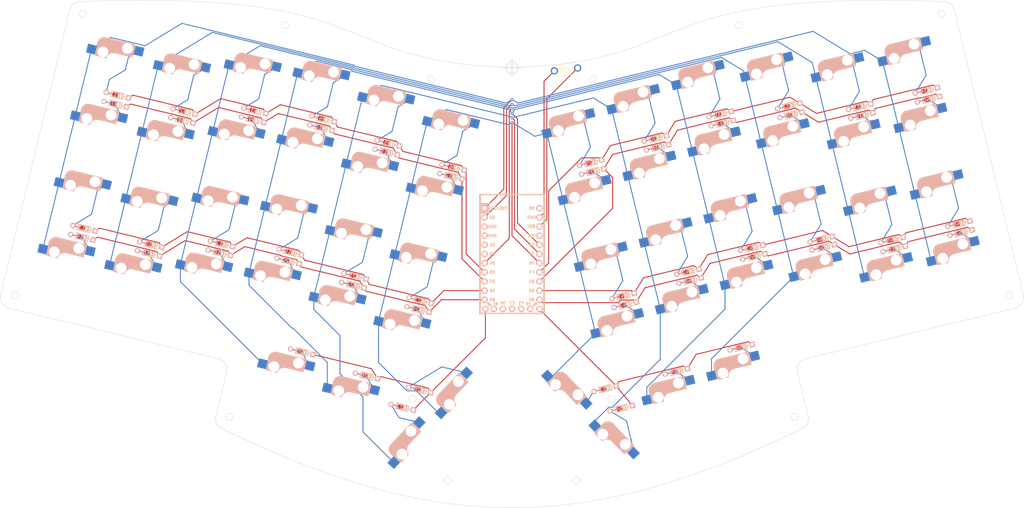
<source format=kicad_pcb>
(kicad_pcb (version 20211014) (generator pcbnew)
  (layers (0 "F.Cu" signal) (31 "B.Cu" signal) (34 "B.Paste" user) (35 "F.Paste" user) (36 "B.SilkS" user "B.Silkscreen") (37 "F.SilkS" user "F.Silkscreen") (38 "B.Mask" user) (39 "F.Mask" user) (44 "Edge.Cuts" user))
  (net 0 "")
  (net 1 "ROW0")
  (net 2 "Net-(D1-Pad2)")
  (net 3 "Net-(D2-Pad2)")
  (net 4 "Net-(D3-Pad2)")
  (net 5 "Net-(D4-Pad2)")
  (net 6 "Net-(D5-Pad2)")
  (net 7 "Net-(D6-Pad2)")
  (net 8 "ROW1")
  (net 9 "Net-(D7-Pad2)")
  (net 10 "Net-(D8-Pad2)")
  (net 11 "Net-(D9-Pad2)")
  (net 12 "Net-(D10-Pad2)")
  (net 13 "Net-(D11-Pad2)")
  (net 14 "Net-(D12-Pad2)")
  (net 15 "ROW2")
  (net 16 "Net-(D13-Pad2)")
  (net 17 "Net-(D14-Pad2)")
  (net 18 "Net-(D15-Pad2)")
  (net 19 "Net-(D16-Pad2)")
  (net 20 "Net-(D17-Pad2)")
  (net 21 "Net-(D18-Pad2)")
  (net 22 "ROW3")
  (net 23 "Net-(D19-Pad2)")
  (net 24 "Net-(D20-Pad2)")
  (net 25 "Net-(D21-Pad2)")
  (net 26 "Net-(D22-Pad2)")
  (net 27 "Net-(D23-Pad2)")
  (net 28 "Net-(D24-Pad2)")
  (net 29 "ROW4")
  (net 30 "Net-(D25-Pad2)")
  (net 31 "Net-(D26-Pad2)")
  (net 32 "Net-(D27-Pad2)")
  (net 33 "Net-(D28-Pad2)")
  (net 34 "ROW9")
  (net 35 "Net-(D29-Pad2)")
  (net 36 "Net-(D30-Pad2)")
  (net 37 "Net-(D31-Pad2)")
  (net 38 "Net-(D32-Pad2)")
  (net 39 "Net-(D33-Pad2)")
  (net 40 "Net-(D34-Pad2)")
  (net 41 "ROW8")
  (net 42 "Net-(D35-Pad2)")
  (net 43 "Net-(D36-Pad2)")
  (net 44 "Net-(D37-Pad2)")
  (net 45 "Net-(D38-Pad2)")
  (net 46 "Net-(D39-Pad2)")
  (net 47 "Net-(D40-Pad2)")
  (net 48 "ROW7")
  (net 49 "Net-(D41-Pad2)")
  (net 50 "Net-(D42-Pad2)")
  (net 51 "Net-(D43-Pad2)")
  (net 52 "Net-(D44-Pad2)")
  (net 53 "Net-(D45-Pad2)")
  (net 54 "Net-(D46-Pad2)")
  (net 55 "ROW6")
  (net 56 "Net-(D47-Pad2)")
  (net 57 "Net-(D48-Pad2)")
  (net 58 "Net-(D49-Pad2)")
  (net 59 "Net-(D50-Pad2)")
  (net 60 "Net-(D51-Pad2)")
  (net 61 "Net-(D52-Pad2)")
  (net 62 "ROW5")
  (net 63 "Net-(D53-Pad2)")
  (net 64 "Net-(D54-Pad2)")
  (net 65 "Net-(D55-Pad2)")
  (net 66 "Net-(D56-Pad2)")
  (net 67 "COL0")
  (net 68 "COL1")
  (net 69 "COL2")
  (net 70 "COL3")
  (net 71 "COL4")
  (net 72 "COL5")
  (net 73 "Net-(SW1-Pad1)")
  (net 74 "GND")
  (footprint "kbd:CherryMX_Hotswap" (layer "F.Cu") (at 200.533016 71.928516 13.67)
    (fp_text reference "MX29" hide)
    (fp_text value "MX-NoLED" hide)
  )
  (footprint "kbd:CherryMX_Hotswap" (layer "F.Cu") (at 228.264827 146.001172 13.67)
    (fp_text reference "MX55" hide)
    (fp_text value "MX-NoLED" hide)
  )
  (footprint "kbd:CherryMX_Hotswap" (layer "F.Cu") (at 223.005214 83.715567 13.67)
    (fp_text reference "MX36" hide)
    (fp_text value "MX-NoLED" hide)
  )
  (footprint "kbd:ResetSW_1side" (layer "F.Cu") (at 198.374016 53.386516 7)
    (fp_text reference "SW1" hide)
    (fp_text value "SW_Push")
  )
  (footprint "kbd:CherryMX_Hotswap" (layer "F.Cu") (at 157.147597 108.949257 -13.67)
    (fp_text reference "MX18" hide)
    (fp_text value "MX-NoLED" hide)
  )
  (footprint "kbd:CherryMX_Hotswap" (layer "F.Cu") (at 82.505835 93.409002 -13.67)
    (fp_text reference "MX14" hide)
    (fp_text value "MX-NoLED" hide)
  )
  (footprint "kbd:CherryMX_Hotswap" (layer "F.Cu") (at 91.509986 56.388264 -13.67)
    (fp_text reference "MX2" hide)
    (fp_text value "MX-NoLED" hide)
  )
  (footprint "kbd:CherryMX_Hotswap" (layer "F.Cu") (at 264.528029 93.221786 13.67)
    (fp_text reference "MX44" hide)
    (fp_text value "MX-NoLED" hide)
  )
  (footprint "kbd:CherryMX_Hotswap" (layer "F.Cu") (at 111.160883 56.201045 -13.67)
    (fp_text reference "MX3" hide)
    (fp_text value "MX-NoLED" hide)
  )
  (footprint "kbd:CherryMX_Hotswap" (layer "F.Cu") (at 209.387997 159.204463 -46.4)
    (fp_text reference "MX54" hide)
    (fp_text value "MX-NoLED" hide)
  )
  (footprint "kbd:CherryMX_Hotswap" (layer "F.Cu") (at 87.00791 74.898632 -13.67)
    (fp_text reference "MX8" hide)
    (fp_text value "MX-NoLED" hide)
  )
  (footprint "kbd:CherryMX_Hotswap" (layer "F.Cu") (at 120.449813 139.27785 -13.67)
    (fp_text reference "MX25" hide)
    (fp_text value "MX-NoLED" hide)
  )
  (footprint "kbd:CherryMX_Hotswap" (layer "F.Cu") (at 72.999615 51.886188 -13.67)
    (fp_text reference "MX1" hide)
    (fp_text value "MX-NoLED" hide)
  )
  (footprint "kbd:CherryMX_Hotswap" (layer "F.Cu") (at 116.705276 114.012988 -13.67)
    (fp_text reference "MX22" hide)
    (fp_text value "MX-NoLED" hide)
  )
  (footprint "kbd:CherryMX_Hotswap" (layer "F.Cu") (at 97.654656 111.732154 -13.67)
    (fp_text reference "MX21" hide)
    (fp_text value "MX-NoLED" hide)
  )
  (footprint "kbd:CherryMX_Hotswap" (layer "F.Cu") (at 249.95325 114.019369 13.67)
    (fp_text reference "MX49" hide)
    (fp_text value "MX-NoLED" hide)
  )
  (footprint "kbd:CherryMX_Hotswap" (layer "F.Cu") (at 152.645519 127.459626 -13.67)
    (fp_text reference "MX24" hide)
    (fp_text value "MX-NoLED" hide)
  )
  (footprint "kbd:CherryMX_Hotswap" (layer "F.Cu") (at 236.447023 58.488255 13.67)
    (fp_text reference "MX31" hide)
    (fp_text value "MX-NoLED" hide)
  )
  (footprint "kbd:CherryMX_Hotswap" (layer "F.Cu") (at 196.250745 145.408989 -46.4)
    (fp_text reference "MX53" hide)
    (fp_text value "MX-NoLED" hide)
  )
  (footprint "kbd:CherryMX_Hotswap" (layer "F.Cu") (at 260.025954 74.711413 13.67)
    (fp_text reference "MX38" hide)
    (fp_text value "MX-NoLED" hide)
  )
  (footprint "kbd:CherryMX_Hotswap" (layer "F.Cu") (at 139.177475 102.225935 -13.67)
    (fp_text reference "MX17" hide)
    (fp_text value "MX-NoLED" hide)
  )
  (footprint "kbd:CherryMX_Hotswap" (layer "F.Cu") (at 166.151745 71.928516 -13.67)
    (fp_text reference "MX6" hide)
    (fp_text value "MX-NoLED" hide)
  )
  (footprint "kbd:CherryMX_Hotswap" (layer "F.Cu") (at 161.64967 90.438886 -13.67)
    (fp_text reference "MX12" hide)
    (fp_text value "MX-NoLED" hide)
  )
  (footprint "kbd:CherryMX_Hotswap" (layer "F.Cu") (at 227.507288 102.225937 13.67)
    (fp_text reference "MX42" hide)
    (fp_text value "MX-NoLED" hide)
  )
  (footprint "kbd:CherryMX_Hotswap" (layer "F.Cu") (at 205.035091 90.438886 13.67)
    (fp_text reference "MX35" hide)
    (fp_text value "MX-NoLED" hide)
  )
  (footprint "kbd:CherryMX_Hotswap" (layer "F.Cu") (at 255.523876 56.201044 13.67)
    (fp_text reference "MX32" hide)
    (fp_text value "MX-NoLED" hide)
  )
  (footprint "kbd:CherryMX_Hotswap" (layer "F.Cu") (at 148.181623 65.205195 -13.67)
    (fp_text reference "MX5" hide)
    (fp_text value "MX-NoLED" hide)
  )
  (footprint "kbd:CherryMX_Hotswap" (layer "F.Cu") (at 302.689295 88.906927 13.67)
    (fp_text reference "MX46" hide)
    (fp_text value "MX-NoLED" hide)
  )
  (footprint "kbd:CherryMX_Hotswap" (layer "F.Cu") (at 143.679548 83.715567 -13.67)
    (fp_text reference "MX11" hide)
    (fp_text value "MX-NoLED" hide)
  )
  (footprint "kbd:CherryMX_Hotswap" (layer "F.Cu") (at 288.681003 111.919375 13.67)
    (fp_text reference "MX51" hide)
    (fp_text value "MX-NoLED" hide)
  )
  (footprint "kbd:CherryMX_Hotswap" (layer "F.Cu") (at 125.709425 76.992247 -13.67)
    (fp_text reference "MX10" hide)
    (fp_text value "MX-NoLED" hide)
  )
  (footprint "kbd:CherryMX_Hotswap" (layer "F.Cu") (at 307.191369 107.417299 13.67)
    (fp_text reference "MX52" hide)
    (fp_text value "MX-NoLED" hide)
  )
  (footprint "kbd:CherryMX_Hotswap" (layer "F.Cu") (at 284.178925 93.409005 13.67)
    (fp_text reference "MX45" hide)
    (fp_text value "MX-NoLED" hide)
  )
  (footprint "kbd:CherryMX_Hotswap" (layer "F.Cu") (at 170.434016 145.408989 46.4)
    (fp_text reference "MX28" hide)
    (fp_text value "MX-NoLED" hide)
  )
  (footprint "kbd:CherryMX_Hotswap" (layer "F.Cu") (at 78.003759 111.919374 -13.67)
    (fp_text reference "MX20" hide)
    (fp_text value "MX-NoLED" hide)
  )
  (footprint "kbd:CherryMX_Hotswap" (layer "F.Cu") (at 240.949099 76.998628 13.67)
    (fp_text reference "MX37" hide)
    (fp_text value "MX-NoLED" hide)
  )
  (footprint "kbd:CherryMX_Hotswap" (layer "F.Cu") (at 293.685143 51.886188 13.67)
    (fp_text reference "MX34" hide)
    (fp_text value "MX-NoLED" hide)
  )
  (footprint "kbd:CherryMX_Hotswap" (layer "F.Cu") (at 269.030102 111.732157 13.67)
    (fp_text reference "MX50" hide)
    (fp_text value "MX-NoLED" hide)
  )
  (footprint "kbd:CherryMX_Hotswap" (layer "F.Cu") (at 298.187221 70.396559 13.67)
    (fp_text reference "MX40" hide)
    (fp_text value "MX-NoLED" hide)
  )
  (footprint "kbd:CherryMX_Hotswap" (layer "F.Cu") (at 134.675397 120.736308 -13.67)
    (fp_text reference "MX23" hide)
    (fp_text value "MX-NoLED" hide)
  )
  (footprint "Keebio-Parts:Elite-C" (layer "F.Cu") (at 183.388016 105.919266 -90)
    (fp_text reference "U1" hide)
    (fp_text value "Elite-C" hide)
  )
  (footprint "kbd:CherryMX_Hotswap" (layer "F.Cu") (at 232.009363 120.736308 13.67)
    (fp_text reference "MX48" hide)
    (fp_text value "MX-NoLED" hide)
  )
  (footprint "kbd:CherryMX_Hotswap" (layer "F.Cu") (at 106.658808 74.711417 -13.67)
    (fp_text reference "MX9" hide)
    (fp_text value "MX-NoLED" hide)
  )
  (footprint "kbd:CherryMX_Hotswap" (layer "F.Cu") (at 68.49754 70.396561 -13.67)
    (fp_text reference "MX7" hide)
    (fp_text value "MX-NoLED" hide)
  )
  (footprint "kbd:CherryMX_Hotswap" (layer "F.Cu") (at 246.234948 139.277853 13.67)
    (fp_text reference "MX56" hide)
    (fp_text value "MX-NoLED" hide)
  )
  (footprint "kbd:CherryMX_Hotswap" (layer "F.Cu") (at 275.174775 56.388261 13.67)
    (fp_text reference "MX33" hide)
    (fp_text value "MX-NoLED" hide)
  )
  (footprint "kbd:CherryMX_Hotswap" (layer "F.Cu") (at 279.67685 74.898633 13.67)
    (fp_text reference "MX39" hide)
    (fp_text value "MX-NoLED" hide)
  )
  (footprint "kbd:CherryMX_Hotswap" (layer "F.Cu") (at 214.039242 127.459627 13.67)
    (fp_text reference "MX47" hide)
    (fp_text value "MX-NoLED" hide)
  )
  (footprint "kbd:CherryMX_Hotswap" (layer "F.Cu") (at 59.49339 107.4173 -13.67)
    (fp_text reference "MX19" hide)
    (fp_text value "MX-NoLED" hide)
  )
  (footprint "kbd:CherryMX_Hotswap" (layer "F.Cu") (at 63.995465 88.90693 -13.67)
    (fp_text reference "MX13" hide)
    (fp_text value "MX-NoLED" hide)
  )
  (footprint "kbd:CherryMX_Hotswap" (layer "F.Cu") (at 121.207352 95.502614 -13.67)
    (fp_text reference "MX16" hide)
    (fp_text value "MX-NoLED" hide)
  )
  (footprint "kbd:CherryMX_Hotswap" (layer "F.Cu") (at 130.211505 58.481877 -13.67)
    (fp_text reference "MX4" hide)
    (fp_text value "MX-NoLED" hide)
  )
  (footprint "kbd:CherryMX_Hotswap" (layer "F.Cu") (at 102.156732 93.221786 -13.67)
    (fp_text reference "MX15" hide)
    (fp_text value "MX-NoLED" hide)
  )
  (footprint "kbd:CherryMX_Hotswap" (layer "F.Cu") (at 218.503137 65.205196 13.67)
    (fp_text reference "MX30" hide)
    (fp_text value "MX-NoLED" hide)
  )
  (footprint "kbd:CherryMX_Hotswap" (layer "F.Cu") (at 138.419932 146.001171 -13.67)
    (fp_text reference "MX26" hide)
    (fp_text value "MX-NoLED" hide)
  )
  (footprint "kbd:CherryMX_Hotswap" (layer "F.Cu") (at 209.537166 108.949254 13.67)
    (fp_text reference "MX41" hide)
    (fp_text value "MX-NoLED" hide)
  )
  (footprint "kbd:CherryMX_Hotswap" (layer "F.Cu") (at 245.451174 95.508998 13.67)
    (fp_text reference "MX43" hide)
    (fp_text value "MX-NoLED" hide)
  )
  (footprint "kbd:CherryMX_Hotswap" (layer "F.Cu") (at 157.296762 159.204463 46.4)
    (fp_text reference "MX27" hide)
    (fp_text value "MX-NoLED" hide)
  )
  (footprint "atreis:D3_hybrid_common_hole" (layer "B.Cu") (at 160.828723 143.125033 166.33)
    (fp_text reference "D28")
    (fp_text value "D_Small" hide)
  )
  (footprint "atreis:D3_hybrid_common_hole" (layer "B.Cu") (at 151.535395 77.081944 166.33)
    (fp_text reference "D11")
    (fp_text value "D_Small" hide)
  )
  (footprint "atreis:D3_hybrid_common_hole" (layer "B.Cu") (at 216.766558 146.767294 -166.33)
    (fp_text reference "D54")
    (fp_text value "D_Small" hide)
  )
  (footprint "atreis:D3_hybrid_common_hole" (layer "B.Cu") (at 302.022475 60.94163 -166.33)
    (fp_text reference "D40")
    (fp_text value "D_Small" hide)
  )
  (footprint "atreis:D3_hybrid_common_hole" (layer "B.Cu") (at 160.377965 120.795992 166.33)
    (fp_text reference "D24")
    (fp_text value "D_Small" hide)
  )
  (footprint "atreis:D3_hybrid_common_hole" (layer "B.Cu") (at 208.270068 78.515906 -166.33)
    (fp_text reference "D29")
    (fp_text value "D_Small" hide)
  )
  (footprint "atreis:D3_hybrid_common_hole" (layer "B.Cu") (at 94.863758 68.265011 166.33)
    (fp_text reference "D8")
    (fp_text value "D_Small" hide)
  )
  (footprint "atreis:D3_hybrid_common_hole" (layer "B.Cu") (at 244.810588 67.537317 -166.33)
    (fp_text reference "D37")
    (fp_text value "D_Small" hide)
  )
  (footprint "atreis:D3_hybrid_common_hole" (layer "B.Cu") (at 252.967657 102.150035 -166.33)
    (fp_text reference "D43")
    (fp_text value "D_Small" hide)
  )
  (footprint "atreis:D3_hybrid_common_hole" (layer "B.Cu") (at 253.567934 104.618086 -166.33)
    (fp_text reference "D49")
    (fp_text value "D_Small" hide)
  )
  (footprint "atreis:D3_hybrid_common_hole" (layer "B.Cu") (at 169.505517 83.805262 166.33)
    (fp_text reference "D12")
    (fp_text value "D_Small" hide)
  )
  (footprint "atreis:D3_hybrid_common_hole" (layer "B.Cu") (at 217.874495 118.004698 -166.33)
    (fp_text reference "D47")
    (fp_text value "D_Small" hide)
  )
  (footprint "atreis:D3_hybrid_common_hole" (layer "B.Cu") (at 160.978242 118.327943 166.33)
    (fp_text reference "D23")
    (fp_text value "D_Small" hide)
  )
  (footprint "atreis:D3_hybrid_common_hole" (layer "B.Cu") (at 283.512104 65.443705 -166.33)
    (fp_text reference "D39")
    (fp_text value "D_Small" hide)
  )
  (footprint "atreis:D3_hybrid_common_hole" (layer "B.Cu") (at 232.048603 136.515289 -166.33)
    (fp_text reference "D55")
    (fp_text value "D_Small" hide)
  )
  (footprint "atreis:D3_hybrid_common_hole" (layer "B.Cu") (at 272.805331 102.03042 -166.33)
    (fp_text reference "D50")
    (fp_text value "D_Small" hide)
  )
  (footprint "atreis:D3_hybrid_common_hole" (layer "B.Cu") (at 85.612803 105.225727 166.33)
    (fp_text reference "D16")
    (fp_text value "D_Small" hide)
  )
  (footprint "atreis:D3_hybrid_common_hole" (layer "B.Cu") (at 226.240189 71.792586 -166.33)
    (fp_text reference "D30")
    (fp_text value "D_Small" hide)
  )
  (footprint "atreis:D3_hybrid_common_hole" (layer "B.Cu") (at 244.210312 65.069266 -166.33)
    (fp_text reference "D31")
    (fp_text value "D_Small" hide)
  )
  (footprint "atreis:D3_hybrid_common_hole" (layer "B.Cu") (at 155.99282 147.961161 166.33)
    (fp_text reference "D27")
    (fp_text value "D_Small" hide)
  )
  (footprint "atreis:D3_hybrid_common_hole" (layer "B.Cu") (at 146.080455 139.27657 166.33)
    (fp_text reference "D26")
    (fp_text value "D_Small" hide)
  )
  (footprint "atreis:D3_hybrid_common_hole" (layer "B.Cu") (at 272.265081 99.809178 -166.33)
    (fp_text reference "D44")
    (fp_text value "D_Small" hide)
  )
  (footprint "atreis:D3_hybrid_common_hole" (layer "B.Cu") (at 217.274218 115.536647 -166.33)
    (fp_text reference "D41")
    (fp_text value "D_Small" hide)
  )
  (footprint "atreis:D3_hybrid_common_hole" (layer "B.Cu") (at 128.110334 132.55325 166.33)
    (fp_text reference "D25")
    (fp_text value "D_Small" hide)
  )
  (footprint "atreis:D3_hybrid_common_hole" (layer "B.Cu") (at 235.244341 108.813329 -166.33)
    (fp_text reference "D42")
    (fp_text value "D_Small" hide)
  )
  (footprint "atreis:D3_hybrid_common_hole" (layer "B.Cu") (at 282.911827 62.975653 -166.33)
    (fp_text reference "D33")
    (fp_text value "D_Small" hide)
  )
  (footprint "atreis:D3_hybrid_common_hole" (layer "B.Cu") (at 133.441872 70.328609 166.33)
    (fp_text reference "D10")
    (fp_text value "D_Small" hide)
  )
  (footprint "atreis:D3_hybrid_common_hole" (layer "B.Cu") (at 250.018723 129.791967 -166.33)
    (fp_text reference "D56")
    (fp_text value "D_Small" hide)
  )
  (footprint "atreis:D3_hybrid_common_hole" (layer "B.Cu") (at 263.861208 65.256486 -166.33)
    (fp_text reference "D38")
    (fp_text value "D_Small" hide)
  )
  (footprint "atreis:D3_hybrid_common_hole" (layer "B.Cu") (at 170.105795 81.337216 166.33)
    (fp_text reference "D6")
    (fp_text value "D_Small" hide)
  )
  (footprint "atreis:D3_hybrid_common_hole" (layer "B.Cu") (at 105.863975 102.570459 166.33)
    (fp_text reference "D17")
    (fp_text value "D_Small" hide)
  )
  (footprint "atreis:D3_hybrid_common_hole" (layer "B.Cu") (at 235.844616 111.281377 -166.33)
    (fp_text reference "D48")
    (fp_text value "D_Small" hide)
  )
  (footprint "atreis:D3_hybrid_common_hole" (layer "B.Cu") (at 95.464036 65.796964 166.33)
    (fp_text reference "D2")
    (fp_text value "D_Small" hide)
  )
  (footprint "atreis:D3_hybrid_common_hole" (layer "B.Cu") (at 292.516254 102.464446 -166.33)
    (fp_text reference "D51")
    (fp_text value "D_Small" hide)
  )
  (footprint "atreis:D3_hybrid_common_hole" (layer "B.Cu") (at 142.284441 114.042659 166.33)
    (fp_text reference "D22")
    (fp_text value "D_Small" hide)
  )
  (footprint "atreis:D3_hybrid_common_hole" (layer "B.Cu") (at 114.514655 68.077793 166.33)
    (fp_text reference "D9")
    (fp_text value "D_Small" hide)
  )
  (footprint "atreis:D3_hybrid_common_hole" (layer "B.Cu") (at 226.840467 74.260637 -166.33)
    (fp_text reference "D36")
    (fp_text value "D_Small" hide)
  )
  (footprint "atreis:D3_hybrid_common_hole" (layer "B.Cu") (at 310.42635 95.494321 -166.33)
    (fp_text reference "D46")
    (fp_text value "D_Small" hide)
  )
  (footprint "atreis:D3_hybrid_common_hole" (layer "B.Cu") (at 76.953665 61.29489 166.33)
    (fp_text reference "D1")
    (fp_text value "D_Small" hide)
  )
  (footprint "atreis:D3_hybrid_common_hole" (layer "B.Cu") (at 301.422198 58.47358 -166.33)
    (fp_text reference "D34")
    (fp_text value "D_Small" hide)
  )
  (footprint "atreis:D3_hybrid_common_hole" (layer "B.Cu") (at 142.884718 111.574609 166.33)
    (fp_text reference "D21")
    (fp_text value "D_Small" hide)
  )
  (footprint "atreis:D3_hybrid_common_hole" (layer "B.Cu") (at 124.314318 107.319338 166.33)
    (fp_text reference "D20")
    (fp_text value "D_Small" hide)
  )
  (footprint "atreis:D3_hybrid_common_hole" (layer "B.Cu") (at 291.915978 99.996397 -166.33)
    (fp_text reference "D45")
    (fp_text value "D_Small" hide)
  )
  (footprint "atreis:D3_hybrid_common_hole" (layer "B.Cu") (at 115.114932 65.609745 166.33)
    (fp_text reference "D3")
    (fp_text value "D_Small" hide)
  )
  (footprint "atreis:D3_hybrid_common_hole" (layer "B.Cu") (at 67.102432 100.723649 166.33)
    (fp_text reference "D14")
    (fp_text value "D_Small" hide)
  )
  (footprint "atreis:D3_hybrid_common_hole" (layer "B.Cu") (at 263.260931 62.788437 -166.33)
    (fp_text reference "D32")
    (fp_text value "D_Small" hide)
  )
  (footprint "atreis:D3_hybrid_common_hole" (layer "B.Cu") (at 311.026624 97.962371 -166.33)
    (fp_text reference "D52")
    (fp_text value "D_Small" hide)
  )
  (footprint "atreis:D3_hybrid_common_hole" (layer "B.Cu") (at 124.914596 104.851289 166.33)
    (fp_text reference "D19")
    (fp_text value "D_Small" hide)
  )
  (footprint "atreis:D3_hybrid_common_hole" (layer "B.Cu") (at 67.70271 98.255602 166.33)
    (fp_text reference "D13")
    (fp_text value "D_Small" hide)
  )
  (footprint "atreis:D3_hybrid_common_hole" (layer "B.Cu") (at 212.304208 141.317503 -166.33)
    (fp_text reference "D53")
    (fp_text value "D_Small" hide)
  )
  (footprint "atreis:D3_hybrid_common_hole" (layer "B.Cu") (at 152.135673 74.613896 166.33)
    (fp_text reference "D5")
    (fp_text value "D_Small" hide)
  )
  (footprint "atreis:D3_hybrid_common_hole" (layer "B.Cu") (at 105.2637 105.038507 166.33)
    (fp_text reference "D18")
    (fp_text value "D_Small" hide)
  )
  (footprint "atreis:D3_hybrid_common_hole" (layer "B.Cu") (at 86.21308 102.757677 166.33)
    (fp_text reference "D15")
    (fp_text value "D_Small" hide)
  )
  (footprint "atreis:D3_hybrid_common_hole" (layer "B.Cu") (at 134.042149 67.860562 166.33)
    (fp_text reference "D4")
    (fp_text value "D_Small" hide)
  )
  (footprint "atreis:D3_hybrid_common_hole" (layer "B.Cu") (at 76.353388 63.762937 166.33)
    (fp_text reference "D7")
    (fp_text value "D_Small" hide)
  )
  (footprint "atreis:D3_hybrid_common_hole" (layer "B.Cu") (at 208.870345 80.983957 -166.33)
    (fp_text reference "D35")
    (fp_text value "D_Small" hide)
  )
  (gr_line (start 263.038016 134.968516) (end 262.888016 135.228516) (layer "Edge.Cuts") (width 0.1))
  (gr_line (start 170.118016 51.948516) (end 174.368016 52.358516) (layer "Edge.Cuts") (width 0.1))
  (gr_line (start 174.368016 52.358516) (end 178.738016 52.668516) (layer "Edge.Cuts") (width 0.1))
  (gr_line (start 144.978016 45.498516) (end 149.718016 47.298516) (layer "Edge.Cuts") (width 0.1))
  (gr_line (start 132.528016 165.698516) (end 130.488016 164.988516) (layer "Edge.Cuts") (width 0.1))
  (gr_line (start 112.128016 157.498516) (end 110.298016 156.648516) (layer "Edge.Cuts") (width 0.1))
  (gr_line (start 265.628016 150.318516) (end 265.618016 150.718516) (layer "Edge.Cuts") (width 0.1))
  (gr_line (start 101.268016 151.238516) (end 101.208016 150.978516) (layer "Edge.Cuts") (width 0.1))
  (gr_line (start 118.358016 160.238516) (end 116.148016 159.278516) (layer "Edge.Cuts") (width 0.1))
  (gr_line (start 115.928016 36.508516) (end 119.568016 37.148516) (layer "Edge.Cuts") (width 0.1))
  (gr_line (start 252.368016 158.528516) (end 250.628016 159.278516) (layer "Edge.Cuts") (width 0.1))
  (gr_line (start 221.798016 45.498516) (end 226.778016 43.478516) (layer "Edge.Cuts") (width 0.1))
  (gr_line (start 102.498016 133.948516) (end 102.098016 133.798516) (layer "Edge.Cuts") (width 0.1))
  (gr_line (start 183.388016 175.052516) (end 182.208016 175.058516) (layer "Edge.Cuts") (width 0.1))
  (gr_line (start 44.088016 119.748516) (end 43.718016 119.648516) (layer "Edge.Cuts") (width 0.1))
  (gr_line (start 63.398016 34.538516) (end 70.218016 34.348516) (layer "Edge.Cuts") (width 0.1))
  (gr_line (start 75.188016 34.238516) (end 79.648016 34.218516) (layer "Edge.Cuts") (width 0.1))
  (gr_line (start 235.328016 40.238516) (end 240.788016 38.618516) (layer "Edge.Cuts") (width 0.1))
  (gr_line (start 125.408016 163.108516) (end 123.128016 162.198516) (layer "Edge.Cuts") (width 0.1))
  (gr_line (start 43.348016 119.538516) (end 42.958016 119.348516) (layer "Edge.Cuts") (width 0.1))
  (gr_line (start 221.418016 169.718516) (end 218.928016 170.408516) (layer "Edge.Cuts") (width 0.1))
  (gr_line (start 61.568016 35.338516) (end 61.808016 35.128516) (layer "Edge.Cuts") (width 0.1))
  (gr_line (start 264.468016 152.738516) (end 264.218016 152.918516) (layer "Edge.Cuts") (width 0.1))
  (gr_line (start 323.818016 119.348516) (end 323.428016 119.538516) (layer "Edge.Cuts") (width 0.1))
  (gr_line (start 166.008016 173.968516) (end 163.718016 173.658516) (layer "Edge.Cuts") (width 0.1))
  (gr_line (start 177.628016 175.018516) (end 172.968016 174.708516) (layer "Edge.Cuts") (width 0.1))
  (gr_circle (center 210.968016 144.898516) (end 211.768016 145.498516) (layer "Edge.Cuts") (width 0.1) (fill none))
  (gr_line (start 101.688016 152.088516) (end 101.538016 151.858516) (layer "Edge.Cuts") (width 0.1))
  (gr_line (start 103.888016 135.228516) (end 103.738016 134.968516) (layer "Edge.Cuts") (width 0.1))
  (gr_line (start 112.138016 35.938516) (end 115.928016 36.508516) (layer "Edge.Cuts") (width 0.1))
  (gr_line (start 120.688016 161.228516) (end 118.358016 160.238516) (layer "Edge.Cuts") (width 0.1))
  (gr_line (start 101.148016 150.318516) (end 101.168016 150.028516) (layer "Edge.Cuts") (width 0.1))
  (gr_circle (center 321.268016 116.108516) (end 322.068016 116.708516) (layer "Edge.Cuts") (width 0.1) (fill none))
  (gr_line (start 60.728016 36.678516) (end 60.808016 36.478516) (layer "Edge.Cuts") (width 0.1))
  (gr_circle (center 64.218016 38.038516) (end 65.018016 38.638516) (layer "Edge.Cuts") (width 0.1) (fill none))
  (gr_line (start 123.128016 162.198516) (end 120.688016 161.228516) (layer "Edge.Cuts") (width 0.1))
  (gr_line (start 262.658016 135.708516) (end 262.568016 136.038516) (layer "Edge.Cuts") (width 0.1))
  (gr_line (start 265.088016 152.088516) (end 264.898016 152.328516) (layer "Edge.Cuts") (width 0.1))
  (gr_line (start 152.748016 171.588516) (end 150.458016 171.048516) (layer "Edge.Cuts") (width 0.1))
  (gr_line (start 139.998016 43.478516) (end 144.978016 45.498516) (layer "Edge.Cuts") (width 0.1))
  (gr_line (start 102.098016 133.798516) (end 44.088016 119.748516) (layer "Edge.Cuts") (width 0.1))
  (gr_line (start 107.328016 155.248516) (end 103.138016 153.228516) (layer "Edge.Cuts") (width 0.1))
  (gr_line (start 200.768016 173.968516) (end 196.788016 174.468516) (layer "Edge.Cuts") (width 0.1))
  (gr_line (start 102.868016 153.088516) (end 102.558016 152.918516) (layer "Edge.Cuts") (width 0.1))
  (gr_line (start 212.118016 48.908516) (end 217.058016 47.298516) (layer "Edge.Cuts") (width 0.1))
  (gr_line (start 62.058016 34.958516) (end 62.378016 34.788516) (layer "Edge.Cuts") (width 0.1))
  (gr_line (start 103.548016 134.738516) (end 103.318016 134.488516) (layer "Edge.Cuts") (width 0.1))
  (gr_line (start 287.128016 34.218516) (end 291.588016 34.238516) (layer "Edge.Cuts") (width 0.1))
  (gr_line (start 264.898016 152.328516) (end 264.718016 152.538516) (layer "Edge.Cuts") (width 0.1))
  (gr_line (start 103.318016 134.488516) (end 103.088016 134.308516) (layer "Edge.Cuts") (width 0.1))
  (gr_line (start 304.718016 34.958516) (end 304.968016 35.128516) (layer "Edge.Cuts") (width 0.1))
  (gr_line (start 161.218016 173.268516) (end 157.268016 172.528516) (layer "Edge.Cuts") (width 0.1))
  (gr_line (start 102.308016 152.738516) (end 102.058016 152.538516) (layer "Edge.Cuts") (width 0.1))
  (gr_line (start 131.448016 40.238516) (end 136.618016 42.118516) (layer "Edge.Cuts") (width 0.1))
  (gr_line (start 140.958016 168.458516) (end 138.258016 167.628516) (layer "Edge.Cuts") (width 0.1))
  (gr_line (start 42.278016 118.828516) (end 42.038016 118.578516) (layer "Edge.Cuts") (width 0.1))
  (gr_line (start 304.968016 35.128516) (end 305.208016 35.338516) (layer "Edge.Cuts") (width 0.1))
  (gr_line (start 188.038016 52.668516) (end 192.408016 52.358516) (layer "Edge.Cuts") (width 0.1))
  (gr_line (start 104.218016 137.318516) (end 104.268016 136.998516) (layer "Edge.Cuts") (width 0.1))
  (gr_circle (center 246.328016 41.148516) (end 247.128016 41.748516) (layer "Edge.Cuts") (width 0.1) (fill none))
  (gr_line (start 325.308016 116.178516) (end 325.368016 116.568516) (layer "Edge.Cuts") (width 0.1))
  (gr_line (start 263.908016 153.088516) (end 263.638016 153.228516) (layer "Edge.Cuts") (width 0.1))
  (gr_line (start 101.168016 150.028516) (end 101.218016 149.738516) (layer "Edge.Cuts") (width 0.1))
  (gr_line (start 163.718016 173.658516) (end 161.218016 173.268516) (layer "Edge.Cuts") (width 0.1))
  (gr_line (start 192.408016 52.358516) (end 196.658016 51.948516) (layer "Edge.Cuts") (width 0.1))
  (gr_line (start 262.768016 135.428516) (end 262.658016 135.708516) (layer "Edge.Cuts") (width 0.1))
  (gr_line (start 138.258016 167.628516) (end 136.308016 167.008516) (layer "Edge.Cuts") (width 0.1))
  (gr_line (start 203.548016 50.918516) (end 206.538016 50.318516) (layer "Edge.Cuts") (width 0.1))
  (gr_line (start 263.688016 134.308516) (end 263.458016 134.488516) (layer "Edge.Cuts") (width 0.1))
  (gr_line (start 150.458016 171.048516) (end 147.848016 170.408516) (layer "Edge.Cuts") (width 0.1))
  (gr_line (start 60.948016 36.138516) (end 61.118016 35.858516) (layer "Edge.Cuts") (width 0.1))
  (gr_line (start 325.368016 116.568516) (end 325.358016 116.898516) (layer "Edge.Cuts") (width 0.1))
  (gr_line (start 163.228016 50.918516) (end 167.338016 51.578516) (layer "Edge.Cuts") (width 0.1))
  (gr_line (start 209.508016 172.528516) (end 205.558016 173.268516) (layer "Edge.Cuts") (width 0.1))
  (gr_line (start 246.088016 161.228516) (end 243.648016 162.198516) (layer "Edge.Cuts") (width 0.1))
  (gr_line (start 193.808016 174.708516) (end 189.148016 175.018516) (layer "Edge.Cuts") (width 0.1))
  (gr_line (start 305.658016 35.858516) (end 305.828016 36.138516) (layer "Edge.Cuts") (width 0.1))
  (gr_line (start 250.628016 159.278516) (end 248.418016 160.238516) (layer "Edge.Cuts") (width 0.1))
  (gr_line (start 61.338016 35.568516) (end 61.568016 35.338516) (layer "Edge.Cuts") (width 0.1))
  (gr_line (start 305.438016 35.568516) (end 305.658016 35.858516) (layer "Edge.Cuts") (width 0.1))
  (gr_line (start 103.378016 34.998516) (end 107.848016 35.408516) (layer "Edge.Cuts") (width 0.1))
  (gr_line (start 41.468016 116.178516) (end 41.568016 115.778516) (layer "Edge.Cuts") (width 0.1))
  (gr_line (start 143.118016 169.098516) (end 140.958016 168.458516) (layer "Edge.Cuts") (width 0.1))
  (gr_line (start 304.068016 34.668516) (end 304.398016 34.788516) (layer "Edge.Cuts") (width 0.1))
  (gr_line (start 178.738016 52.668516) (end 183.388016 52.868516) (layer "Edge.Cuts") (width 0.1))
  (gr_line (start 41.538016 117.598516) (end 41.468016 117.278516) (layer "Edge.Cuts") (width 0.1))
  (gr_line (start 262.618016 137.608516) (end 265.558016 149.738516) (layer "Edge.Cuts") (width 0.1))
  (gr_circle (center 302.558016 38.038516) (end 303.358016 38.638516) (layer "Edge.Cuts") (width 0.1) (fill none))
  (gr_line (start 79.648016 34.218516) (end 86.018016 34.228516) (layer "Edge.Cuts") (width 0.1))
  (gr_line (start 226.778016 43.478516) (end 230.158016 42.118516) (layer "Edge.Cuts") (width 0.1))
  (gr_line (start 70.218016 34.348516) (end 75.188016 34.238516) (layer "Edge.Cuts") (width 0.1))
  (gr_line (start 325.108016 117.948516) (end 324.948016 118.268516) (layer "Edge.Cuts") (width 0.1))
  (gr_line (start 236.288016 164.988516) (end 234.248016 165.698516) (layer "Edge.Cuts") (width 0.1))
  (gr_line (start 265.558016 149.738516) (end 265.608016 150.028516) (layer "Edge.Cuts") (width 0.1))
  (gr_line (start 303.378016 34.538516) (end 303.758016 34.588516) (layer "Edge.Cuts") (width 0.1))
  (gr_line (start 230.158016 42.118516) (end 235.328016 40.238516) (layer "Edge.Cuts") (width 0.1))
  (gr_line (start 228.518016 167.628516) (end 225.818016 168.458516) (layer "Edge.Cuts") (width 0.1))
  (gr_line (start 62.378016 34.788516) (end 62.708016 34.668516) (layer "Edge.Cuts") (width 0.1))
  (gr_line (start 268.408016 34.658516) (end 274.308016 34.368516) (layer "Edge.Cuts") (width 0.1))
  (gr_circle (center 261.788016 149.938516) (end 262.588016 150.538516) (layer "Edge.Cuts") (width 0.1) (fill none))
  (gr_line (start 41.408016 116.568516) (end 41.468016 116.178516) (layer "Edge.Cuts") (width 0.1))
  (gr_circle (center 201.228016 167.508516) (end 202.028016 168.108516) (layer "Edge.Cuts") (width 0.1) (fill none))
  (gr_line (start 103.088016 134.308516) (end 102.808016 134.118516) (layer "Edge.Cuts") (width 0.1))
  (gr_line (start 322.688016 119.748516) (end 264.678016 133.798516) (layer "Edge.Cuts") (width 0.1))
  (gr_line (start 225.818016 168.458516) (end 223.658016 169.098516) (layer "Edge.Cuts") (width 0.1))
  (gr_line (start 61.808016 35.128516) (end 62.058016 34.958516) (layer "Edge.Cuts") (width 0.1))
  (gr_line (start 243.648016 162.198516) (end 241.368016 163.108516) (layer "Edge.Cuts") (width 0.1))
  (gr_circle (center 165.548016 167.508516) (end 166.348016 168.108516) (layer "Edge.Cuts") (width 0.1) (fill none))
  (gr_line (start 154.658016 48.908516) (end 160.238016 50.318516) (layer "Edge.Cuts") (width 0.1))
  (gr_line (start 101.388016 151.548516) (end 101.268016 151.238516) (layer "Edge.Cuts") (width 0.1))
  (gr_circle (center 205.838016 56.198516) (end 206.638016 56.798516) (layer "Edge.Cuts") (width 0.1) (fill none))
  (gr_line (start 305.828016 36.138516) (end 305.968016 36.478516) (layer "Edge.Cuts") (width 0.1))
  (gr_line (start 136.618016 42.118516) (end 139.998016 43.478516) (layer "Edge.Cuts") (width 0.1))
  (gr_line (start 41.568016 115.778516) (end 60.628016 37.058516) (layer "Edge.Cuts") (width 0.1))
  (gr_line (start 324.498016 118.828516) (end 324.168016 119.128516) (layer "Edge.Cuts") (width 0.1))
  (gr_line (start 103.738016 134.968516) (end 103.548016 134.738516) (layer "Edge.Cuts") (width 0.1))
  (gr_line (start 103.138016 153.228516) (end 102.868016 153.088516) (layer "Edge.Cuts") (width 0.1))
  (gr_line (start 217.058016 47.298516) (end 221.798016 45.498516) (layer "Edge.Cuts") (width 0.1))
  (gr_line (start 102.808016 134.118516) (end 102.498016 133.948516) (layer "Edge.Cuts") (width 0.1))
  (gr_line (start 157.268016 172.528516) (end 155.408016 172.158516) (layer "Edge.Cuts") (width 0.1))
  (gr_line (start 104.268016 136.998516) (end 104.278016 136.708516) (layer "Edge.Cuts") (width 0.1))
  (gr_line (start 254.648016 157.498516) (end 252.368016 158.528516) (layer "Edge.Cuts") (width 0.1))
  (gr_line (start 258.928016 35.408516) (end 263.398016 34.998516) (layer "Edge.Cuts") (width 0.1))
  (gr_line (start 101.158016 150.718516) (end 101.148016 150.318516) (layer "Edge.Cuts") (width 0.1))
  (gr_circle (center 120.448016 41.148516) (end 121.248016 41.748516) (layer "Edge.Cuts") (width 0.1) (fill none))
  (gr_line (start 102.058016 152.538516) (end 101.878016 152.328516) (layer "Edge.Cuts") (width 0.1))
  (gr_line (start 324.168016 119.128516) (end 323.818016 119.348516) (layer "Edge.Cuts") (width 0.1))
  (gr_line (start 263.968016 134.118516) (end 263.688016 134.308516) (layer "Edge.Cuts") (width 0.1))
  (gr_line (start 265.508016 151.238516) (end 265.388016 151.548516) (layer "Edge.Cuts") (width 0.1))
  (gr_line (start 60.628016 37.058516) (end 60.728016 36.678516) (layer "Edge.Cuts") (width 0.1))
  (gr_line (start 196.788016 174.468516) (end 193.808016 174.708516) (layer "Edge.Cuts") (width 0.1))
  (gr_line (start 116.148016 159.278516) (end 114.408016 158.528516) (layer "Edge.Cuts") (width 0.1))
  (gr_line (start 262.518016 136.348516) (end 262.498016 136.708516) (layer "Edge.Cuts") (width 0.1))
  (gr_line (start 125.988016 38.618516) (end 131.448016 40.238516) (layer "Edge.Cuts") (width 0.1))
  (gr_line (start 265.608016 150.028516) (end 265.628016 150.318516) (layer "Edge.Cuts") (width 0.1))
  (gr_line (start 263.638016 153.228516) (end 259.448016 155.248516) (layer "Edge.Cuts") (width 0.1))
  (gr_line (start 110.298016 156.648516) (end 107.328016 155.248516) (layer "Edge.Cuts") (width 0.1))
  (gr_line (start 325.308016 117.278516) (end 325.238016 117.598516) (layer "Edge.Cuts") (width 0.1))
  (gr_line (start 305.208016 35.338516) (end 305.438016 35.568516) (layer "Edge.Cuts") (width 0.1))
  (gr_line (start 104.118016 135.708516) (end 104.008016 135.428516) (layer "Edge.Cuts") (width 0.1))
  (gr_line (start 136.308016 167.008516) (end 134.808016 166.488516) (layer "Edge.Cuts") (width 0.1))
  (gr_line (start 262.508016 136.998516) (end 262.558016 137.318516) (layer "Edge.Cuts") (width 0.1))
  (gr_line (start 102.558016 152.918516) (end 102.308016 152.738516) (layer "Edge.Cuts") (width 0.1))
  (gr_line (start 147.848016 170.408516) (end 145.358016 169.718516) (layer "Edge.Cuts") (width 0.1))
  (gr_line (start 325.208016 115.778516) (end 325.308016 116.178516) (layer "Edge.Cuts") (width 0.1))
  (gr_line (start 184.568016 175.058516) (end 183.388016 175.052516) (layer "Edge.Cuts") (width 0.1))
  (gr_line (start 104.008016 135.428516) (end 103.888016 135.228516) (layer "Edge.Cuts") (width 0.1))
  (gr_line (start 203.058016 173.658516) (end 200.768016 173.968516) (layer "Edge.Cuts") (width 0.1))
  (gr_line (start 262.568016 136.038516) (end 262.518016 136.348516) (layer "Edge.Cuts") (width 0.1))
  (gr_line (start 241.368016 163.108516) (end 238.898016 164.038516) (layer "Edge.Cuts") (width 0.1))
  (gr_line (start 41.468016 117.278516) (end 41.418016 116.898516) (layer "Edge.Cuts") (width 0.1))
  (gr_line (start 86.018016 34.228516) (end 92.468016 34.368516) (layer "Edge.Cuts") (width 0.1))
  (gr_line (start 265.618016 150.718516) (end 265.568016 150.978516) (layer "Edge.Cuts") (width 0.1))
  (gr_line (start 104.278016 136.708516) (end 104.258016 136.348516) (layer "Edge.Cuts") (width 0.1))
  (gr_line (start 238.898016 164.038516) (end 236.288016 164.988516) (layer "Edge.Cuts") (width 0.1))
  (gr_line (start 98.368016 34.658516) (end 103.378016 34.998516) (layer "Edge.Cuts") (width 0.1))
  (gr_line (start 172.968016 174.708516) (end 169.988016 174.468516) (layer "Edge.Cuts") (width 0.1))
  (gr_line (start 324.948016 118.268516) (end 324.738016 118.578516) (layer "Edge.Cuts") (width 0.1))
  (gr_line (start 234.248016 165.698516) (end 231.968016 166.488516) (layer "Edge.Cuts") (width 0.1))
  (gr_line (start 114.408016 158.528516) (end 112.128016 157.498516) (layer "Edge.Cuts") (width 0.1))
  (gr_line (start 218.928016 170.408516) (end 216.318016 171.048516) (layer "Edge.Cuts") (width 0.1))
  (gr_line (start 263.458016 134.488516) (end 263.228016 134.738516) (layer "Edge.Cuts") (width 0.1))
  (gr_line (start 101.218016 149.738516) (end 104.158016 137.608516) (layer "Edge.Cuts") (width 0.1))
  (gr_line (start 264.718016 152.538516) (end 264.468016 152.738516) (layer "Edge.Cuts") (width 0.1))
  (gr_line (start 42.038016 118.578516) (end 41.828016 118.268516) (layer "Edge.Cuts") (width 0.1))
  (gr_line (start 101.538016 151.858516) (end 101.388016 151.548516) (layer "Edge.Cuts") (width 0.1))
  (gr_line (start 206.538016 50.318516) (end 212.118016 48.908516) (layer "Edge.Cuts") (width 0.1))
  (gr_line (start 60.808016 36.478516) (end 60.948016 36.138516) (layer "Edge.Cuts") (width 0.1))
  (gr_line (start 216.318016 171.048516) (end 214.028016 171.588516) (layer "Edge.Cuts") (width 0.1))
  (gr_line (start 107.848016 35.408516) (end 112.138016 35.938516) (layer "Edge.Cuts") (width 0.1))
  (gr_line (start 167.338016 51.578516) (end 170.118016 51.948516) (layer "Edge.Cuts") (width 0.1))
  (gr_line (start 127.878016 164.038516) (end 125.408016 163.108516) (layer "Edge.Cuts") (width 0.1))
  (gr_line (start 250.848016 36.508516) (end 254.638016 35.938516) (layer "Edge.Cuts") (width 0.1))
  (gr_line (start 61.118016 35.858516) (end 61.338016 35.568516) (layer "Edge.Cuts") (width 0.1))
  (gr_line (start 264.678016 133.798516) (end 264.278016 133.948516) (layer "Edge.Cuts") (width 0.1))
  (gr_line (start 119.568016 37.148516) (end 125.988016 38.618516) (layer "Edge.Cuts") (width 0.1))
  (gr_line (start 205.558016 173.268516) (end 203.058016 173.658516) (layer "Edge.Cuts") (width 0.1))
  (gr_line (start 262.888016 135.228516) (end 262.768016 135.428516) (layer "Edge.Cuts") (width 0.1))
  (gr_line (start 306.048016 36.678516) (end 306.148016 37.058516) (layer "Edge.Cuts") (width 0.1))
  (gr_line (start 291.588016 34.238516) (end 296.558016 34.348516) (layer "Edge.Cuts") (width 0.1))
  (gr_line (start 41.828016 118.268516) (end 41.668016 117.948516) (layer "Edge.Cuts") (width 0.1))
  (gr_line (start 263.228016 134.738516) (end 263.038016 134.968516) (layer "Edge.Cuts") (width 0.1))
  (gr_line (start 42.608016 119.128516) (end 42.278016 118.828516) (layer "Edge.Cuts") (width 0.1))
  (gr_line (start 134.808016 166.488516) (end 132.528016 165.698516) (layer "Edge.Cuts") (width 0.1))
  (gr_line (start 92.468016 34.368516) (end 98.368016 34.658516) (layer "Edge.Cuts") (width 0.1))
  (gr_line (start 259.448016 155.248516) (end 256.478016 156.648516) (layer "Edge.Cuts") (width 0.1))
  (gr_line (start 274.308016 34.368516) (end 280.758016 34.228516) (layer "Edge.Cuts") (width 0.1))
  (gr_line (start 42.958016 119.348516) (end 42.608016 119.128516) (layer "Edge.Cuts") (width 0.1))
  (gr_line (start 280.758016 34.228516) (end 287.128016 34.218516) (layer "Edge.Cuts") (width 0.1))
  (gr_line (start 265.388016 151.548516) (end 265.238016 151.858516) (layer "Edge.Cuts") (width 0.1))
  (gr_line (start 305.968016 36.478516) (end 306.048016 36.678516) (layer "Edge.Cuts") (width 0.1))
  (gr_line (start 262.498016 136.708516) (end 262.508016 136.998516) (layer "Edge.Cuts") (width 0.1))
  (gr_line (start 41.668016 117.948516) (end 41.538016 117.598516) (layer "Edge.Cuts") (width 0.1))
  (gr_line (start 296.558016 34.348516) (end 303.378016 34.538516) (layer "Edge.Cuts") (width 0.1))
  (gr_line (start 247.208016 37.148516) (end 250.848016 36.508516) (layer "Edge.Cuts") (width 0.1))
  (gr_line (start 41.418016 116.898516) (end 41.408016 116.568516) (layer "Edge.Cuts") (width 0.1))
  (gr_line (start 324.738016 118.578516) (end 324.498016 118.828516) (layer "Edge.Cuts") (width 0.1))
  (gr_line (start 145.358016 169.718516) (end 143.118016 169.098516) (layer "Edge.Cuts") (width 0.1))
  (gr_line (start 189.148016 175.018516) (end 184.568016 175.058516) (layer "Edge.Cuts") (width 0.1))
  (gr_line (start 43.718016 119.648516) (end 43.348016 119.538516) (layer "Edge.Cuts") (width 0.1))
  (gr_line (start 240.788016 38.618516) (end 247.208016 37.148516) (layer "Edge.Cuts") (width 0.1))
  (gr_line (start 323.058016 119.648516) (end 322.688016 119.748516) (layer "Edge.Cuts") (width 0.1))
  (gr_line (start 214.028016 171.588516) (end 211.368016 172.158516) (layer "Edge.Cuts") (width 0.1))
  (gr_line (start 325.238016 117.598516) (end 325.108016 117.948516) (layer "Edge.Cuts") (width 0.1))
  (gr_circle (center 104.988016 149.928516) (end 105.788016 150.528516) (layer "Edge.Cuts") (width 0.1) (fill none))
  (gr_line (start 265.568016 150.978516) (end 265.508016 151.238516) (layer "Edge.Cuts") (width 0.1))
  (gr_circle (center 160.938016 56.198516) (end 161.738016 56.798516) (layer "Edge.Cuts") (width 0.1) (fill none))
  (gr_line (start 155.408016 172.158516) (end 152.748016 171.588516) (layer "Edge.Cuts") (width 0.1))
  (gr_line (start 183.388016 52.868516) (end 188.038016 52.668516) (layer "Edge.Cuts") (width 0.1))
  (gr_line (start 104.208016 136.038516) (end 104.118016 135.708516) (layer "Edge.Cuts") (width 0.1))
  (gr_line (start 256.478016 156.648516) (end 254.648016 157.498516) (layer "Edge.Cuts") (width 0.1))
  (gr_line (start 263.398016 34.998516) (end 268.408016 34.658516) (layer "Edge.Cuts") (width 0.1))
  (gr_line (start 104.158016 137.608516) (end 104.218016 137.318516) (layer "Edge.Cuts") (width 0.1))
  (gr_line (start 304.398016 34.788516) (end 304.718016 34.958516) (layer "Edge.Cuts") (width 0.1))
  (gr_line (start 196.658016 51.948516) (end 199.438016 51.578516) (layer "Edge.Cuts") (width 0.1))
  (gr_circle (center 45.508016 116.108516) (end 46.308016 116.708516) (layer "Edge.Cuts") (width 0.1) (fill none))
  (gr_line (start 306.148016 37.058516) (end 325.208016 115.778516) (layer "Edge.Cuts") (width 0.1))
  (gr_line (start 199.438016 51.578516) (end 203.548016 50.918516) (layer "Edge.Cuts") (width 0.1))
  (gr_line (start 248.418016 160.238516) (end 246.088016 161.228516) (layer "Edge.Cuts") (width 0.1))
  (gr_line (start 230.468016 167.008516) (end 228.518016 167.628516) (layer "Edge.Cuts") (width 0.1))
  (gr_line (start 182.208016 175.058516) (end 177.628016 175.018516) (layer "Edge.Cuts") (width 0.1))
  (gr_line (start 254.638016 35.938516) (end 258.928016 35.408516) (layer "Edge.Cuts") (width 0.1))
  (gr_line (start 323.428016 119.538516) (end 323.058016 119.648516) (layer "Edge.Cuts") (width 0.1))
  (gr_line (start 169.988016 174.468516) (end 166.008016 173.968516) (layer "Edge.Cuts") (width 0.1))
  (gr_line (start 101.878016 152.328516) (end 101.688016 152.088516) (layer "Edge.Cuts") (width 0.1))
  (gr_line (start 104.258016 136.348516) (end 104.208016 136.038516) (layer "Edge.Cuts") (width 0.1))
  (gr_line (start 211.368016 172.158516) (end 209.508016 172.528516) (layer "Edge.Cuts") (width 0.1))
  (gr_line (start 160.238016 50.318516) (end 163.228016 50.918516) (layer "Edge.Cuts") (width 0.1))
  (gr_circle (center 155.808016 144.908516) (end 156.608016 145.508516) (layer "Edge.Cuts") (width 0.1) (fill none))
  (gr_line (start 303.758016 34.588516) (end 304.068016 34.668516) (layer "Edge.Cuts") (width 0.1))
  (gr_line (start 101.208016 150.978516) (end 101.158016 150.718516) (layer "Edge.Cuts") (width 0.1))
  (gr_line (start 231.968016 166.488516) (end 230.468016 167.008516) (layer "Edge.Cuts") (width 0.1))
  (gr_line (start 130.488016 164.988516) (end 127.878016 164.038516) (layer "Edge.Cuts") (width 0.1))
  (gr_line (start 264.218016 152.918516) (end 263.908016 153.088516) (layer "Edge.Cuts") (width 0.1))
  (gr_line (start 264.278016 133.948516) (end 263.968016 134.118516) (layer "Edge.Cuts") (width 0.1))
  (gr_line (start 63.018016 34.588516) (end 63.398016 34.538516) (layer "Edge.Cuts") (width 0.1))
  (gr_line (start 265.238016 151.858516) (end 265.088016 152.088516) (layer "Edge.Cuts") (width 0.1))
  (gr_line (start 262.558016 137.318516) (end 262.618016 137.608516) (layer "Edge.Cuts") (width 0.1))
  (gr_line (start 223.658016 169.098516) (end 221.418016 169.718516) (layer "Edge.Cuts") (width 0.1))
  (gr_line (start 62.708016 34.668516) (end 63.018016 34.588516) (layer "Edge.Cuts") (width 0.1))
  (gr_line (start 149.718016 47.298516) (end 154.658016 48.908516) (layer "Edge.Cuts") (width 0.1))
  (gr_line (start 325.358016 116.898516) (end 325.308016 117.278516) (layer "Edge.Cuts") (width 0.1))
  (target plus (at 183.388016 52.878516) (size 5) (width 0.1) (layer "Edge.Cuts"))
  (target plus (at 183.388016 52.878516) (size 5) (width 0.1) (layer "Edge.Cuts"))
  (segment (start 115.114932 65.609745) (end 119.114036 63.175382) (width 0.25) (layer "F.Cu") (net 1))
  (segment (start 175.768016 109.729266) (end 170.675639 104.636889) (width 0.25) (layer "F.Cu") (net 1))
  (segment (start 95.464036 65.796964) (end 102.531467 61.494828) (width 0.25) (layer "F.Cu") (net 1))
  (segment (start 153.933377 76.358156) (end 153.069558 76.148058) (width 0.25) (layer "F.Cu") (net 1))
  (segment (start 153.069558 76.148058) (end 152.135673 74.613896) (width 0.25) (layer "F.Cu") (net 1))
  (segment (start 139.418523 70.475223) (end 139.428806 70.468962) (width 0.25) (layer "F.Cu") (net 1))
  (segment (start 153.943658 76.351897) (end 153.933377 76.358156) (width 0.25) (layer "F.Cu") (net 1))
  (segment (start 76.953665 61.29489) (end 78.191277 60.541521) (width 0.25) (layer "F.Cu") (net 1))
  (segment (start 134.976035 69.394724) (end 139.418523 70.475223) (width 0.25) (layer "F.Cu") (net 1))
  (segment (start 134.042149 67.860562) (end 134.976035 69.394724) (width 0.25) (layer "F.Cu") (net 1))
  (segment (start 133.28878 66.622951) (end 134.042149 67.860562) (width 0.25) (layer "F.Cu") (net 1))
  (segment (start 151.382305 73.376284) (end 152.135673 74.613896) (width 0.25) (layer "F.Cu") (net 1))
  (segment (start 94.710668 64.559352) (end 95.464036 65.796964) (width 0.25) (layer "F.Cu") (net 1))
  (segment (start 114.361563 64.372133) (end 115.114932 65.609745) (width 0.25) (layer "F.Cu") (net 1))
  (segment (start 139.428806 70.468962) (end 151.382305 73.376284) (width 0.25) (layer "F.Cu") (net 1))
  (segment (start 170.675639 81.90706) (end 170.105795 81.337216) (width 0.25) (layer "F.Cu") (net 1))
  (segment (start 119.114036 63.175382) (end 133.28878 66.622951) (width 0.25) (layer "F.Cu") (net 1))
  (segment (start 170.675639 104.636889) (end 170.675639 81.90706) (width 0.25) (layer "F.Cu") (net 1))
  (segment (start 170.105795 81.337216) (end 169.352427 80.099604) (width 0.25) (layer "F.Cu") (net 1))
  (segment (start 102.531467 61.494828) (end 114.361563 64.372133) (width 0.25) (layer "F.Cu") (net 1))
  (segment (start 169.352427 80.099604) (end 153.943658 76.351897) (width 0.25) (layer "F.Cu") (net 1))
  (segment (start 78.191277 60.541521) (end 94.710668 64.559352) (width 0.25) (layer "F.Cu") (net 1))
  (segment (start 70.783542 59.794197) (end 73.358475 60.42047) (width 0.25) (layer "F.Cu") (net 2))
  (segment (start 76.943404 50.051986) (end 79.704897 48.370987) (width 0.25) (layer "B.Cu") (net 2))
  (segment (start 71.653944 56.215525) (end 75.796182 53.694031) (width 0.25) (layer "B.Cu") (net 2))
  (segment (start 75.796182 53.694031) (end 76.103016 53.507255) (width 0.25) (layer "B.Cu") (net 2))
  (segment (start 70.783542 59.794197) (end 71.653944 56.215525) (width 0.25) (layer "B.Cu") (net 2))
  (segment (start 76.103016 53.507255) (end 76.943404 50.051986) (width 0.25) (layer "B.Cu") (net 2))
  (segment (start 89.293912 64.296272) (end 91.868846 64.922542) (width 0.25) (layer "F.Cu") (net 3))
  (segment (start 89.293912 64.296272) (end 93.436154 61.774779) (width 0.25) (layer "B.Cu") (net 3))
  (segment (start 93.436154 61.774779) (end 95.026886 55.234448) (width 0.25) (layer "B.Cu") (net 3))
  (segment (start 95.026886 55.234448) (end 95.086912 54.987643) (width 0.25) (layer "B.Cu") (net 3))
  (segment (start 95.086912 54.987643) (end 98.462072 52.933093) (width 0.25) (layer "B.Cu") (net 3))
  (segment (start 108.944807 64.109054) (end 111.519741 64.735323) (width 0.25) (layer "F.Cu") (net 4))
  (segment (start 108.944807 64.109054) (end 113.087049 61.58756) (width 0.25) (layer "B.Cu") (net 4))
  (segment (start 113.087049 61.58756) (end 114.617754 55.294031) (width 0.25) (layer "B.Cu") (net 4))
  (segment (start 114.617754 55.294031) (end 114.737812 54.800424) (width 0.25) (layer "B.Cu") (net 4))
  (segment (start 114.737812 54.800424) (end 118.112967 52.745875) (width 0.25) (layer "B.Cu") (net 4))
  (segment (start 127.872026 66.359871) (end 130.446961 66.986143) (width 0.25) (layer "F.Cu") (net 5))
  (segment (start 127.872026 66.359871) (end 132.167682 63.744987) (width 0.25) (layer "B.Cu") (net 5))
  (segment (start 133.788428 57.081255) (end 137.163591 55.026705) (width 0.25) (layer "B.Cu") (net 5))
  (segment (start 133.728402 57.32806) (end 133.788428 57.081255) (width 0.25) (layer "B.Cu") (net 5))
  (segment (start 132.167682 63.744987) (end 133.728402 57.32806) (width 0.25) (layer "B.Cu") (net 5))
  (segment (start 148.540483 73.739477) (end 145.96555 73.113204) (width 0.25) (layer "F.Cu") (net 6))
  (segment (start 145.96555 73.113204) (end 150.10779 70.591711) (width 0.25) (layer "B.Cu") (net 6))
  (segment (start 151.758551 63.804575) (end 155.133709 61.750022) (width 0.25) (layer "B.Cu") (net 6))
  (segment (start 150.10779 70.591711) (end 151.218302 66.02582) (width 0.25) (layer "B.Cu") (net 6))
  (segment (start 151.218302 66.02582) (end 151.758551 63.804575) (width 0.25) (layer "B.Cu") (net 6))
  (segment (start 166.510605 80.462797) (end 163.935671 79.836521) (width 0.25) (layer "F.Cu") (net 7))
  (segment (start 163.935671 79.836521) (end 168.07791 77.315031) (width 0.25) (layer "B.Cu") (net 7))
  (segment (start 169.728672 70.527892) (end 173.103831 68.473345) (width 0.25) (layer "B.Cu") (net 7))
  (segment (start 169.608616 71.021502) (end 169.728672 70.527892) (width 0.25) (layer "B.Cu") (net 7))
  (segment (start 168.07791 77.315031) (end 169.608616 71.021502) (width 0.25) (layer "B.Cu") (net 7))
  (segment (start 169.505517 106.006767) (end 175.768016 112.269266) (width 0.25) (layer "F.Cu") (net 8))
  (segment (start 113.761288 66.84018) (end 114.514655 68.077793) (width 0.25) (layer "F.Cu") (net 8))
  (segment (start 133.441872 70.328609) (end 134.008463 71.259388) (width 0.25) (layer "F.Cu") (net 8))
  (segment (start 168.391113 81.974548) (end 169.505517 83.805262) (width 0.25) (layer "F.Cu") (net 8))
  (segment (start 94.863758 68.265011) (end 101.93119 63.962879) (width 0.25) (layer "F.Cu") (net 8))
  (segment (start 169.505517 83.805262) (end 169.505517 106.006767) (width 0.25) (layer "F.Cu") (net 8))
  (segment (start 118.513762 65.643432) (end 132.688505 69.090999) (width 0.25) (layer "F.Cu") (net 8))
  (segment (start 151.535395 77.081944) (end 152.101987 78.012724) (width 0.25) (layer "F.Cu") (net 8))
  (segment (start 134.008463 71.259388) (end 150.420991 75.251231) (width 0.25) (layer "F.Cu") (net 8))
  (segment (start 94.11039 67.027402) (end 94.863758 68.265011) (width 0.25) (layer "F.Cu") (net 8))
  (segment (start 77.591 63.009567) (end 94.11039 67.027402) (width 0.25) (layer "F.Cu") (net 8))
  (segment (start 150.420991 75.251231) (end 151.535395 77.081944) (width 0.25) (layer "F.Cu") (net 8))
  (segment (start 101.93119 63.962879) (end 113.761288 66.84018) (width 0.25) (layer "F.Cu") (net 8))
  (segment (start 76.353388 63.762937) (end 77.591 63.009567) (width 0.25) (layer "F.Cu") (net 8))
  (segment (start 132.688505 69.090999) (end 133.441872 70.328609) (width 0.25) (layer "F.Cu") (net 8))
  (segment (start 152.101987 78.012724) (end 168.391113 81.974548) (width 0.25) (layer "F.Cu") (net 8))
  (segment (start 114.514655 68.077793) (end 118.513762 65.643432) (width 0.25) (layer "F.Cu") (net 8))
  (segment (start 70.183265 62.262246) (end 72.7582 62.888518) (width 0.25) (layer "F.Cu") (net 9))
  (segment (start 70.183265 62.262246) (end 73.021522 62.952564) (width 0.25) (layer "B.Cu") (net 9))
  (segment (start 73.021522 62.952564) (end 75.449625 66.941388) (width 0.25) (layer "B.Cu") (net 9))
  (segment (start 88.693634 66.764321) (end 91.268569 67.390594) (width 0.25) (layer "F.Cu") (net 10))
  (segment (start 91.531892 67.45464) (end 93.959997 71.443464) (width 0.25) (layer "B.Cu") (net 10))
  (segment (start 88.693634 66.764321) (end 91.531892 67.45464) (width 0.25) (layer "B.Cu") (net 10))
  (segment (start 108.344532 66.577103) (end 110.919466 67.203376) (width 0.25) (layer "F.Cu") (net 11))
  (segment (start 111.18279 67.267421) (end 113.610893 71.256245) (width 0.25) (layer "B.Cu") (net 11))
  (segment (start 108.344532 66.577103) (end 111.18279 67.267421) (width 0.25) (layer "B.Cu") (net 11))
  (segment (start 127.271749 68.82792) (end 129.846681 69.454193) (width 0.25) (layer "F.Cu") (net 12))
  (segment (start 127.271749 68.82792) (end 130.233407 69.548251) (width 0.25) (layer "B.Cu") (net 12))
  (segment (start 130.233407 69.548251) (end 132.661513 73.537074) (width 0.25) (layer "B.Cu") (net 12))
  (segment (start 147.940205 76.207526) (end 145.365273 75.581255) (width 0.25) (layer "F.Cu") (net 13))
  (segment (start 148.20353 76.271572) (end 150.631634 80.260396) (width 0.25) (layer "B.Cu") (net 13))
  (segment (start 145.365273 75.581255) (end 148.20353 76.271572) (width 0.25) (layer "B.Cu") (net 13))
  (segment (start 165.910328 82.930846) (end 163.335393 82.304573) (width 0.25) (layer "F.Cu") (net 14))
  (segment (start 163.335393 82.304573) (end 166.173651 82.994892) (width 0.25) (layer "B.Cu") (net 14))
  (segment (start 166.173651 82.994892) (end 168.601756 86.983715) (width 0.25) (layer "B.Cu") (net 14))
  (segment (start 160.224874 117.090331) (end 143.812344 113.09849) (width 0.25) (layer "F.Cu") (net 15))
  (segment (start 160.978242 118.327943) (end 160.224874 117.090331) (width 0.25) (layer "F.Cu") (net 15))
  (segment (start 85.459713 101.520066) (end 86.21308 102.757677) (width 0.25) (layer "F.Cu") (net 15))
  (segment (start 142.131351 110.336999) (end 126.228971 106.469237) (width 0.25) (layer "F.Cu") (net 15))
  (segment (start 109.863082 100.136096) (end 105.863975 102.570459) (width 0.25) (layer "F.Cu") (net 15))
  (segment (start 68.940323 97.502234) (end 85.459713 101.520066) (width 0.25) (layer "F.Cu") (net 15))
  (segment (start 143.812344 113.09849) (end 142.884718 111.574609) (width 0.25) (layer "F.Cu") (net 15))
  (segment (start 125.848481 106.385452) (end 124.914596 104.851289) (width 0.25) (layer "F.Cu") (net 15))
  (segment (start 86.21308 102.757677) (end 93.280512 98.455542) (width 0.25) (layer "F.Cu") (net 15))
  (segment (start 105.110609 101.332847) (end 105.863975 102.570459) (width 0.25) (layer "F.Cu") (net 15))
  (segment (start 160.978242 118.327943) (end 164.496919 114.809266) (width 0.25) (layer "F.Cu") (net 15))
  (segment (start 126.21869 106.475493) (end 125.848481 106.385452) (width 0.25) (layer "F.Cu") (net 15))
  (segment (start 124.161227 103.613678) (end 109.863082 100.136096) (width 0.25) (layer "F.Cu") (net 15))
  (segment (start 124.914596 104.851289) (end 124.161227 103.613678) (width 0.25) (layer "F.Cu") (net 15))
  (segment (start 67.70271 98.255602) (end 68.940323 97.502234) (width 0.25) (layer "F.Cu") (net 15))
  (segment (start 164.496919 114.809266) (end 175.768016 114.809266) (width 0.25) (layer "F.Cu") (net 15))
  (segment (start 93.280512 98.455542) (end 105.110609 101.332847) (width 0.25) (layer "F.Cu") (net 15))
  (segment (start 126.228971 106.469237) (end 126.21869 106.475493) (width 0.25) (layer "F.Cu") (net 15))
  (segment (start 142.884718 111.574609) (end 142.131351 110.336999) (width 0.25) (layer "F.Cu") (net 15))
  (segment (start 61.532586 96.754909) (end 64.107522 97.381182) (width 0.25) (layer "F.Cu") (net 16))
  (segment (start 61.532586 96.754909) (end 66.719607 93.597431) (width 0.25) (layer "B.Cu") (net 16))
  (segment (start 66.719607 93.597431) (end 68.352008 86.885776) (width 0.25) (layer "B.Cu") (net 16))
  (segment (start 68.352008 86.885776) (end 70.872532 85.351468) (width 0.25) (layer "B.Cu") (net 16))
  (segment (start 80.042957 101.256986) (end 82.61789 101.883259) (width 0.25) (layer "F.Cu") (net 17))
  (segment (start 80.042957 101.256986) (end 85.229979 98.099506) (width 0.25) (layer "B.Cu") (net 17))
  (segment (start 86.86238 91.387853) (end 89.382902 89.853543) (width 0.25) (layer "B.Cu") (net 17))
  (segment (start 85.229979 98.099506) (end 86.86238 91.387853) (width 0.25) (layer "B.Cu") (net 17))
  (segment (start 99.693853 101.069767) (end 102.268785 101.69604) (width 0.25) (layer "F.Cu") (net 18))
  (segment (start 99.693853 101.069767) (end 104.880876 97.912287) (width 0.25) (layer "B.Cu") (net 18))
  (segment (start 106.513276 91.20063) (end 109.033798 89.66632) (width 0.25) (layer "B.Cu") (net 18))
  (segment (start 104.880876 97.912287) (end 106.513276 91.20063) (width 0.25) (layer "B.Cu") (net 18))
  (segment (start 118.744473 103.350598) (end 121.319406 103.976871) (width 0.25) (layer "F.Cu") (net 19))
  (segment (start 123.931495 100.193118) (end 125.563896 93.481462) (width 0.25) (layer "B.Cu") (net 19))
  (segment (start 118.744473 103.350598) (end 123.931495 100.193118) (width 0.25) (layer "B.Cu") (net 19))
  (segment (start 125.563896 93.481462) (end 128.084419 91.947156) (width 0.25) (layer "B.Cu") (net 19))
  (segment (start 136.714593 110.073916) (end 139.289527 110.700188) (width 0.25) (layer "F.Cu") (net 20))
  (segment (start 136.714593 110.073916) (end 141.901615 106.916438) (width 0.25) (layer "B.Cu") (net 20))
  (segment (start 143.534017 100.204785) (end 146.05454 98.670475) (width 0.25) (layer "B.Cu") (net 20))
  (segment (start 141.901615 106.916438) (end 143.534017 100.204785) (width 0.25) (layer "B.Cu") (net 20))
  (segment (start 154.808118 116.827251) (end 157.38305 117.453523) (width 0.25) (layer "F.Cu") (net 21))
  (segment (start 161.50414 106.928105) (end 164.024662 105.393795) (width 0.25) (layer "B.Cu") (net 21))
  (segment (start 159.841723 113.763158) (end 161.50414 106.928105) (width 0.25) (layer "B.Cu") (net 21))
  (segment (start 154.808118 116.827251) (end 159.841723 113.763158) (width 0.25) (layer "B.Cu") (net 21))
  (segment (start 119.137605 105.1088) (end 119.06407 104.987997) (width 0.25) (layer "F.Cu") (net 22))
  (segment (start 67.102432 100.723649) (end 68.340045 99.970284) (width 0.25) (layer "F.Cu") (net 22))
  (segment (start 124.314318 107.319338) (end 123.634486 106.202527) (width 0.25) (layer "F.Cu") (net 22))
  (segment (start 104.510332 103.800896) (end 105.2637 105.038507) (width 0.25) (layer "F.Cu") (net 22))
  (segment (start 142.851031 114.973438) (end 142.284441 114.042659) (width 0.25) (layer "F.Cu") (net 22))
  (segment (start 123.634486 106.202527) (end 119.137605 105.1088) (width 0.25) (layer "F.Cu") (net 22))
  (segment (start 163.824691 117.349266) (end 175.768016 117.349266) (width 0.25) (layer "F.Cu") (net 22))
  (segment (start 159.26356 118.965278) (end 142.851031 114.973438) (width 0.25) (layer "F.Cu") (net 22))
  (segment (start 160.377965 120.795992) (end 159.26356 118.965278) (width 0.25) (layer "F.Cu") (net 22))
  (segment (start 141.170036 112.211944) (end 124.88091 108.250118) (width 0.25) (layer "F.Cu") (net 22))
  (segment (start 68.340045 99.970284) (end 84.859436 103.988115) (width 0.25) (layer "F.Cu") (net 22))
  (segment (start 119.06407 104.987997) (end 109.262805 102.604145) (width 0.25) (layer "F.Cu") (net 22))
  (segment (start 142.284441 114.042659) (end 141.170036 112.211944) (width 0.25) (layer "F.Cu") (net 22))
  (segment (start 160.377965 120.795992) (end 163.824691 117.349266) (width 0.25) (layer "F.Cu") (net 22))
  (segment (start 109.262805 102.604145) (end 105.2637 105.038507) (width 0.25) (layer "F.Cu") (net 22))
  (segment (start 85.612803 105.225727) (end 92.680235 100.923591) (width 0.25) (layer "F.Cu") (net 22))
  (segment (start 84.859436 103.988115) (end 85.612803 105.225727) (width 0.25) (layer "F.Cu") (net 22))
  (segment (start 124.88091 108.250118) (end 124.314318 107.319338) (width 0.25) (layer "F.Cu") (net 22))
  (segment (start 92.680235 100.923591) (end 104.510332 103.800896) (width 0.25) (layer "F.Cu") (net 22))
  (segment (start 60.932308 99.222959) (end 63.507244 99.849231) (width 0.25) (layer "F.Cu") (net 23))
  (segment (start 64.000975 99.969318) (end 66.370457 103.861837) (width 0.25) (layer "B.Cu") (net 23))
  (segment (start 60.932308 99.222959) (end 64.000975 99.969318) (width 0.25) (layer "B.Cu") (net 23))
  (segment (start 79.44268 103.725035) (end 82.017613 104.351307) (width 0.25) (layer "F.Cu") (net 24))
  (segment (start 79.44268 103.725035) (end 82.511345 104.471392) (width 0.25) (layer "B.Cu") (net 24))
  (segment (start 82.511345 104.471392) (end 84.880827 108.363915) (width 0.25) (layer "B.Cu") (net 24))
  (segment (start 99.093575 103.537815) (end 101.66851 104.164089) (width 0.25) (layer "F.Cu") (net 25))
  (segment (start 99.093575 103.537815) (end 102.162241 104.284174) (width 0.25) (layer "B.Cu") (net 25))
  (segment (start 102.162241 104.284174) (end 104.531723 108.176695) (width 0.25) (layer "B.Cu") (net 25))
  (segment (start 118.144196 105.818647) (end 120.719128 106.44492) (width 0.25) (layer "F.Cu") (net 26))
  (segment (start 118.144196 105.818647) (end 121.212861 106.565005) (width 0.25) (layer "B.Cu") (net 26))
  (segment (start 121.212861 106.565005) (end 123.582343 110.457526) (width 0.25) (layer "B.Cu") (net 26))
  (segment (start 136.114316 112.541967) (end 138.689251 113.16824) (width 0.25) (layer "F.Cu") (net 27))
  (segment (start 136.114316 112.541967) (end 139.182982 113.288325) (width 0.25) (layer "B.Cu") (net 27))
  (segment (start 139.182982 113.288325) (end 141.552464 117.180843) (width 0.25) (layer "B.Cu") (net 27))
  (segment (start 154.207841 119.295302) (end 156.782775 119.921572) (width 0.25) (layer "F.Cu") (net 28))
  (segment (start 154.207841 119.295302) (end 157.153105 120.011645) (width 0.25) (layer "B.Cu") (net 28))
  (segment (start 157.153105 120.011645) (end 159.522586 123.904161) (width 0.25) (layer "B.Cu") (net 28))
  (segment (start 160.828723 143.125033) (end 175.996616 127.95714) (width 0.25) (layer "F.Cu") (net 29))
  (segment (start 144.399459 136.515073) (end 146.080455 139.27657) (width 0.25) (layer "F.Cu") (net 29))
  (segment (start 147.011234 138.709976) (end 160.075355 141.887423) (width 0.25) (layer "F.Cu") (net 29))
  (segment (start 128.110334 132.55325) (end 144.399459 136.515073) (width 0.25) (layer "F.Cu") (net 29))
  (segment (start 160.075355 141.887423) (end 160.828723 143.125033) (width 0.25) (layer "F.Cu") (net 29))
  (segment (start 175.996616 127.95714) (end 175.996616 119.889266) (width 0.25) (layer "F.Cu") (net 29))
  (segment (start 146.080455 139.27657) (end 147.011234 138.709976) (width 0.25) (layer "F.Cu") (net 29))
  (segment (start 160.828723 143.125033) (end 155.99282 147.961161) (width 0.25) (layer "F.Cu") (net 29))
  (segment (start 124.515144 131.678831) (end 121.94021 131.052558) (width 0.25) (layer "F.Cu") (net 30))
  (segment (start 121.94021 131.052558) (end 124.926334 131.778838) (width 0.25) (layer "B.Cu") (net 30))
  (segment (start 124.926334 131.778838) (end 127.32688 135.722391) (width 0.25) (layer "B.Cu") (net 30))
  (segment (start 139.910332 137.775878) (end 142.485265 138.402151) (width 0.25) (layer "F.Cu") (net 31))
  (segment (start 142.896456 138.50216) (end 145.297 142.445708) (width 0.25) (layer "B.Cu") (net 31))
  (segment (start 139.910332 137.775878) (end 142.896456 138.50216) (width 0.25) (layer "B.Cu") (net 31))
  (segment (start 152.397628 147.086742) (end 149.822695 146.460469) (width 0.25) (layer "F.Cu") (net 32))
  (segment (start 149.822695 146.460469) (end 152.042802 150.107599) (width 0.25) (layer "B.Cu") (net 32))
  (segment (start 152.042802 150.107599) (end 157.646728 151.470583) (width 0.25) (layer "B.Cu") (net 32))
  (segment (start 157.233535 142.250614) (end 154.6586 141.624343) (width 0.25) (layer "F.Cu") (net 33))
  (segment (start 163.897723 136.000238) (end 170.783979 137.675108) (width 0.25) (layer "B.Cu") (net 33))
  (segment (start 154.6586 141.624343) (end 163.897723 136.000238) (width 0.25) (layer "B.Cu") (net 33))
  (segment (start 191.008016 120.021311) (end 191.008016 119.889266) (width 0.25) (layer "F.Cu") (net 34))
  (segment (start 230.810991 135.761919) (end 232.048603 136.515289) (width 0.25) (layer "F.Cu") (net 34))
  (segment (start 234.482965 132.516184) (end 232.048603 136.515289) (width 0.25) (layer "F.Cu") (net 34))
  (segment (start 248.904515 129.008588) (end 234.482965 132.516184) (width 0.25) (layer "F.Cu") (net 34))
  (segment (start 212.304208 141.317503) (end 191.008016 120.021311) (width 0.25) (layer "F.Cu") (net 34))
  (segment (start 213.057575 140.079891) (end 230.810991 135.761919) (width 0.25) (layer "F.Cu") (net 34))
  (segment (start 212.304208 141.317503) (end 213.057575 140.079891) (width 0.25) (layer "F.Cu") (net 34))
  (segment (start 249.988711 129.668567) (end 248.904515 129.008588) (width 0.25) (layer "F.Cu") (net 34))
  (segment (start 250.018723 129.791967) (end 249.988711 129.668567) (width 0.25) (layer "F.Cu") (net 34))
  (segment (start 212.304208 141.317503) (end 216.766558 146.767294) (width 0.25) (layer "F.Cu") (net 34))
  (segment (start 202.099945 80.016599) (end 204.674877 79.390325) (width 0.25) (layer "F.Cu") (net 35))
  (segment (start 203.474665 68.132302) (end 205.008976 65.611781) (width 0.25) (layer "B.Cu") (net 35))
  (segment (start 202.099945 80.016599) (end 205.147494 75.010166) (width 0.25) (layer "B.Cu") (net 35))
  (segment (start 205.147494 75.010166) (end 203.474665 68.132302) (width 0.25) (layer "B.Cu") (net 35))
  (segment (start 220.070067 73.293279) (end 222.645 72.667005) (width 0.25) (layer "F.Cu") (net 36))
  (segment (start 220.070067 73.293279) (end 223.117616 68.286849) (width 0.25) (layer "B.Cu") (net 36))
  (segment (start 223.117616 68.286849) (end 221.444787 61.408983) (width 0.25) (layer "B.Cu") (net 36))
  (segment (start 221.444787 61.408983) (end 222.979096 58.888459) (width 0.25) (layer "B.Cu") (net 36))
  (segment (start 238.040188 66.569958) (end 240.615121 65.943687) (width 0.25) (layer "F.Cu") (net 37))
  (segment (start 241.067884 61.596144) (end 239.388675 54.692044) (width 0.25) (layer "B.Cu") (net 37))
  (segment (start 239.388675 54.692044) (end 240.922987 52.171521) (width 0.25) (layer "B.Cu") (net 37))
  (segment (start 238.040188 66.569958) (end 241.067884 61.596144) (width 0.25) (layer "B.Cu") (net 37))
  (segment (start 257.090808 64.289129) (end 259.665741 63.662856) (width 0.25) (layer "F.Cu") (net 38))
  (segment (start 258.465529 52.404832) (end 259.999836 49.884309) (width 0.25) (layer "B.Cu") (net 38))
  (segment (start 257.090808 64.289129) (end 260.138355 59.282698) (width 0.25) (layer "B.Cu") (net 38))
  (segment (start 260.138355 59.282698) (end 258.465529 52.404832) (width 0.25) (layer "B.Cu") (net 38))
  (segment (start 276.741704 64.476347) (end 279.316637 63.850072) (width 0.25) (layer "F.Cu") (net 39))
  (segment (start 278.116426 52.592048) (end 279.650737 50.071528) (width 0.25) (layer "B.Cu") (net 39))
  (segment (start 276.741704 64.476347) (end 279.789255 59.469914) (width 0.25) (layer "B.Cu") (net 39))
  (segment (start 279.789255 59.469914) (end 278.116426 52.592048) (width 0.25) (layer "B.Cu") (net 39))
  (segment (start 295.252074 59.974272) (end 297.827008 59.347999) (width 0.25) (layer "F.Cu") (net 40))
  (segment (start 295.252074 59.974272) (end 298.299623 54.96784) (width 0.25) (layer "B.Cu") (net 40))
  (segment (start 296.626794 48.089976) (end 298.161104 45.569451) (width 0.25) (layer "B.Cu") (net 40))
  (segment (start 298.299623 54.96784) (end 296.626794 48.089976) (width 0.25) (layer "B.Cu") (net 40))
  (segment (start 293.269622 101.226833) (end 309.789015 97.209003) (width 0.25) (layer "F.Cu") (net 41))
  (segment (start 213.583303 117.425229) (end 212.852016 118.156516) (width 0.25) (layer "F.Cu") (net 41))
  (segment (start 272.805331 102.03042) (end 277.111269 104.651562) (width 0.25) (layer "F.Cu") (net 41))
  (segment (start 238.27898 107.282273) (end 252.330322 103.864717) (width 0.25) (layer "F.Cu") (net 41))
  (segment (start 191.815266 118.156516) (end 191.008016 117.349266) (width 0.25) (layer "F.Cu") (net 41))
  (segment (start 220.308859 114.005592) (end 234.607006 110.528009) (width 0.25) (layer "F.Cu") (net 41))
  (segment (start 252.330322 103.864717) (end 253.567934 104.618086) (width 0.25) (layer "F.Cu") (net 41))
  (segment (start 277.111269 104.651562) (end 290.685539 101.350041) (width 0.25) (layer "F.Cu") (net 41))
  (segment (start 292.516254 102.464446) (end 293.269622 101.226833) (width 0.25) (layer "F.Cu") (net 41))
  (segment (start 271.281449 101.102794) (end 254.498713 105.184677) (width 0.25) (layer "F.Cu") (net 41))
  (segment (start 217.874495 118.004698) (end 217.295026 117.425229) (width 0.25) (layer "F.Cu") (net 41))
  (segment (start 272.805331 102.03042) (end 271.281449 101.102794) (width 0.25) (layer "F.Cu") (net 41))
  (segment (start 235.844616 111.281377) (end 238.27898 107.282273) (width 0.25) (layer "F.Cu") (net 41))
  (segment (start 217.295026 117.425229) (end 213.583303 117.425229) (width 0.25) (layer "F.Cu") (net 41))
  (segment (start 290.685539 101.350041) (end 292.516254 102.464446) (width 0.25) (layer "F.Cu") (net 41))
  (segment (start 217.874495 118.004698) (end 220.308859 114.005592) (width 0.25) (layer "F.Cu") (net 41))
  (segment (start 254.498713 105.184677) (end 253.567934 104.618086) (width 0.25) (layer "F.Cu") (net 41))
  (segment (start 212.852016 118.156516) (end 191.815266 118.156516) (width 0.25) (layer "F.Cu") (net 41))
  (segment (start 309.789015 97.209003) (end 311.026624 97.962371) (width 0.25) (layer "F.Cu") (net 41))
  (segment (start 234.607006 110.528009) (end 235.844616 111.281377) (width 0.25) (layer "F.Cu") (net 41))
  (segment (start 202.700221 82.484646) (end 205.275155 81.858373) (width 0.25) (layer "F.Cu") (net 42))
  (segment (start 205.644578 81.768525) (end 209.51105 84.122151) (width 0.25) (layer "B.Cu") (net 42))
  (segment (start 202.700221 82.484646) (end 205.644578 81.768525) (width 0.25) (layer "B.Cu") (net 42))
  (segment (start 220.670343 75.761329) (end 223.245277 75.135056) (width 0.25) (layer "F.Cu") (net 43))
  (segment (start 223.614699 75.045205) (end 227.481173 77.398832) (width 0.25) (layer "B.Cu") (net 43))
  (segment (start 220.670343 75.761329) (end 223.614699 75.045205) (width 0.25) (layer "B.Cu") (net 43))
  (segment (start 238.640465 69.038009) (end 241.215398 68.411736) (width 0.25) (layer "F.Cu") (net 44))
  (segment (start 238.640465 69.038009) (end 241.558585 68.328264) (width 0.25) (layer "B.Cu") (net 44))
  (segment (start 241.558585 68.328264) (end 245.425059 70.681893) (width 0.25) (layer "B.Cu") (net 44))
  (segment (start 257.691083 66.757177) (end 260.266018 66.130905) (width 0.25) (layer "F.Cu") (net 45))
  (segment (start 260.635441 66.041053) (end 264.501916 68.39468) (width 0.25) (layer "B.Cu") (net 45))
  (segment (start 257.691083 66.757177) (end 260.635441 66.041053) (width 0.25) (layer "B.Cu") (net 45))
  (segment (start 277.341981 66.944397) (end 279.916914 66.318124) (width 0.25) (layer "F.Cu") (net 46))
  (segment (start 277.341981 66.944397) (end 280.286336 66.228273) (width 0.25) (layer "B.Cu") (net 46))
  (segment (start 280.286336 66.228273) (end 284.152808 68.581898) (width 0.25) (layer "B.Cu") (net 46))
  (segment (start 295.85235 62.44232) (end 298.427284 61.816046) (width 0.25) (layer "F.Cu") (net 47))
  (segment (start 295.85235 62.44232) (end 298.796708 61.726195) (width 0.25) (layer "B.Cu") (net 47))
  (segment (start 298.796708 61.726195) (end 302.663181 64.079822) (width 0.25) (layer "B.Cu") (net 47))
  (segment (start 216.546837 114.809266) (end 191.008016 114.809266) (width 0.25) (layer "F.Cu") (net 48))
  (segment (start 276.86757 102.610837) (end 285.085128 100.61217) (width 0.25) (layer "F.Cu") (net 48))
  (segment (start 310.42635 95.494321) (end 309.188737 94.740953) (width 0.25) (layer "F.Cu") (net 48))
  (segment (start 217.274218 115.536647) (end 216.546837 114.809266) (width 0.25) (layer "F.Cu") (net 48))
  (segment (start 290.678367 99.24303) (end 291.915978 99.996397) (width 0.25) (layer "F.Cu") (net 48))
  (segment (start 272.265081 99.809178) (end 269.503587 98.128182) (width 0.25) (layer "F.Cu") (net 48))
  (segment (start 233.710179 107.879442) (end 235.244341 108.813329) (width 0.25) (layer "F.Cu") (net 48))
  (segment (start 217.274218 115.536647) (end 219.8891 111.240992) (width 0.25) (layer "F.Cu") (net 48))
  (segment (start 285.085128 100.61217) (end 285.091386 100.601889) (width 0.25) (layer "F.Cu") (net 48))
  (segment (start 272.265081 99.809178) (end 276.86757 102.610837) (width 0.25) (layer "F.Cu") (net 48))
  (segment (start 269.503587 98.128182) (end 252.967657 102.150035) (width 0.25) (layer "F.Cu") (net 48))
  (segment (start 237.678704 104.814222) (end 251.730045 101.396668) (width 0.25) (layer "F.Cu") (net 48))
  (segment (start 235.244341 108.813329) (end 237.678704 104.814222) (width 0.25) (layer "F.Cu") (net 48))
  (segment (start 251.730045 101.396668) (end 252.967657 102.150035) (width 0.25) (layer "F.Cu") (net 48))
  (segment (start 285.091386 100.601889) (end 290.678367 99.24303) (width 0.25) (layer "F.Cu") (net 48))
  (segment (start 219.8891 111.240992) (end 233.710179 107.879442) (width 0.25) (layer "F.Cu") (net 48))
  (segment (start 309.188737 94.740953) (end 292.669346 98.758785) (width 0.25) (layer "F.Cu") (net 48))
  (segment (start 292.669346 98.758785) (end 291.915978 99.996397) (width 0.25) (layer "F.Cu") (net 48))
  (segment (start 211.104097 117.03734) (end 213.679029 116.411067) (width 0.25) (layer "F.Cu") (net 49))
  (segment (start 214.151644 112.030907) (end 212.478817 105.153042) (width 0.25) (layer "B.Cu") (net 49))
  (segment (start 212.478817 105.153042) (end 214.013126 102.63252) (width 0.25) (layer "B.Cu") (net 49))
  (segment (start 211.104097 117.03734) (end 214.151644 112.030907) (width 0.25) (layer "B.Cu") (net 49))
  (segment (start 229.074216 110.314019) (end 231.64915 109.687745) (width 0.25) (layer "F.Cu") (net 50))
  (segment (start 232.121766 105.307591) (end 230.448938 98.429724) (width 0.25) (layer "B.Cu") (net 50))
  (segment (start 229.074216 110.314019) (end 232.121766 105.307591) (width 0.25) (layer "B.Cu") (net 50))
  (segment (start 230.448938 98.429724) (end 231.983248 95.909199) (width 0.25) (layer "B.Cu") (net 50))
  (segment (start 246.797535 103.650728) (end 249.372467 103.024453) (width 0.25) (layer "F.Cu") (net 51))
  (segment (start 248.392823 91.712784) (end 249.927133 89.192263) (width 0.25) (layer "B.Cu") (net 51))
  (segment (start 246.797535 103.650728) (end 250.012006 98.370082) (width 0.25) (layer "B.Cu") (net 51))
  (segment (start 250.012006 98.370082) (end 248.392823 91.712784) (width 0.25) (layer "B.Cu") (net 51))
  (segment (start 266.094958 101.30987) (end 268.669891 100.683597) (width 0.25) (layer "F.Cu") (net 52))
  (segment (start 269.142506 96.303438) (end 267.469678 89.425572) (width 0.25) (layer "B.Cu") (net 52))
  (segment (start 266.094958 101.30987) (end 269.142506 96.303438) (width 0.25) (layer "B.Cu") (net 52))
  (segment (start 267.469678 89.425572) (end 269.003989 86.905051) (width 0.25) (layer "B.Cu") (net 52))
  (segment (start 285.745854 101.497087) (end 288.320788 100.870813) (width 0.25) (layer "F.Cu") (net 53))
  (segment (start 287.120575 89.612792) (end 288.654885 87.092267) (width 0.25) (layer "B.Cu") (net 53))
  (segment (start 285.745854 101.497087) (end 288.793404 96.490658) (width 0.25) (layer "B.Cu") (net 53))
  (segment (start 288.793404 96.490658) (end 287.120575 89.612792) (width 0.25) (layer "B.Cu") (net 53))
  (segment (start 304.256224 96.995012) (end 306.831157 96.368739) (width 0.25) (layer "F.Cu") (net 54))
  (segment (start 305.630946 85.110717) (end 307.165256 82.590194) (width 0.25) (layer "B.Cu") (net 54))
  (segment (start 304.256224 96.995012) (end 307.303774 91.98858) (width 0.25) (layer "B.Cu") (net 54))
  (segment (start 307.303774 91.98858) (end 305.630946 85.110717) (width 0.25) (layer "B.Cu") (net 54))
  (segment (start 263.861208 65.256486) (end 262.030493 64.14208) (width 0.25) (layer "F.Cu") (net 55))
  (segment (start 296.041176 61.342017) (end 284.265472 64.206093) (width 0.25) (layer "F.Cu") (net 55))
  (segment (start 243.572977 66.783948) (end 244.810588 67.537317) (width 0.25) (layer "F.Cu") (net 55))
  (segment (start 300.905663 60.261795) (end 296.161977 61.41555) (width 0.25) (layer "F.Cu") (net 55))
  (segment (start 262.030493 64.14208) (end 245.741367 68.103906) (width 0.25) (layer "F.Cu") (net 55))
  (segment (start 229.27483 70.261532) (end 243.572977 66.783948) (width 0.25) (layer "F.Cu") (net 55))
  (segment (start 268.453416 68.051888) (end 263.861208 65.256486) (width 0.25) (layer "F.Cu") (net 55))
  (segment (start 208.870345 80.983957) (end 211.304708 76.98485) (width 0.25) (layer "F.Cu") (net 55))
  (segment (start 211.295711 91.981571) (end 191.008016 112.269266) (width 0.25) (layer "F.Cu") (net 55))
  (segment (start 283.512104 65.443705) (end 282.274492 64.690336) (width 0.25) (layer "F.Cu") (net 55))
  (segment (start 282.274492 64.690336) (end 268.453416 68.051888) (width 0.25) (layer "F.Cu") (net 55))
  (segment (start 302.022475 60.94163) (end 300.905663 60.261795) (width 0.25) (layer "F.Cu") (net 55))
  (segment (start 226.840467 74.260637) (end 229.27483 70.261532) (width 0.25) (layer "F.Cu") (net 55))
  (segment (start 208.870345 80.983957) (end 211.295711 83.409323) (width 0.25) (layer "F.Cu") (net 55))
  (segment (start 225.602855 73.507268) (end 226.840467 74.260637) (width 0.25) (layer "F.Cu") (net 55))
  (segment (start 245.741367 68.103906) (end 244.810588 67.537317) (width 0.25) (layer "F.Cu") (net 55))
  (segment (start 211.295711 83.409323) (end 211.295711 91.981571) (width 0.25) (layer "F.Cu") (net 55))
  (segment (start 211.304708 76.98485) (end 225.602855 73.507268) (width 0.25) (layer "F.Cu") (net 55))
  (segment (start 296.161977 61.41555) (end 296.041176 61.342017) (width 0.25) (layer "F.Cu") (net 55))
  (segment (start 284.265472 64.206093) (end 283.512104 65.443705) (width 0.25) (layer "F.Cu") (net 55))
  (segment (start 211.704372 119.505389) (end 214.279305 118.879117) (width 0.25) (layer "F.Cu") (net 56))
  (segment (start 211.704372 119.505389) (end 214.64873 118.789266) (width 0.25) (layer "B.Cu") (net 56))
  (segment (start 214.64873 118.789266) (end 218.515203 121.142889) (width 0.25) (layer "B.Cu") (net 56))
  (segment (start 229.674494 112.78207) (end 232.249426 112.155797) (width 0.25) (layer "F.Cu") (net 57))
  (segment (start 229.674494 112.78207) (end 232.618851 112.065946) (width 0.25) (layer "B.Cu") (net 57))
  (segment (start 232.618851 112.065946) (end 236.485323 114.419573) (width 0.25) (layer "B.Cu") (net 57))
  (segment (start 247.39781 106.118779) (end 249.972744 105.492505) (width 0.25) (layer "F.Cu") (net 58))
  (segment (start 247.39781 106.118779) (end 250.562736 105.349005) (width 0.25) (layer "B.Cu") (net 58))
  (segment (start 250.562736 105.349005) (end 254.429211 107.702634) (width 0.25) (layer "B.Cu") (net 58))
  (segment (start 266.635207 103.531113) (end 269.210142 102.904841) (width 0.25) (layer "F.Cu") (net 59))
  (segment (start 269.332757 102.875017) (end 273.506063 105.415422) (width 0.25) (layer "B.Cu") (net 59))
  (segment (start 266.635207 103.531113) (end 269.332757 102.875017) (width 0.25) (layer "B.Cu") (net 59))
  (segment (start 286.346131 103.965138) (end 288.921064 103.338865) (width 0.25) (layer "F.Cu") (net 60))
  (segment (start 286.346131 103.965138) (end 289.290488 103.249014) (width 0.25) (layer "B.Cu") (net 60))
  (segment (start 289.290488 103.249014) (end 293.156962 105.602641) (width 0.25) (layer "B.Cu") (net 60))
  (segment (start 304.856502 99.46306) (end 307.431435 98.836789) (width 0.25) (layer "F.Cu") (net 61))
  (segment (start 304.856502 99.46306) (end 307.800858 98.746939) (width 0.25) (layer "B.Cu") (net 61))
  (segment (start 307.800858 98.746939) (end 311.66733 101.100566) (width 0.25) (layer "B.Cu") (net 61))
  (segment (start 281.674215 62.222287) (end 267.853138 65.583837) (width 0.25) (layer "F.Cu") (net 62))
  (segment (start 225.002578 71.039219) (end 226.240189 71.792586) (width 0.25) (layer "F.Cu") (net 62))
  (segment (start 282.911827 62.975653) (end 283.665194 61.738044) (width 0.25) (layer "F.Cu") (net 62))
  (segment (start 208.270068 78.515906) (end 207.690599 77.936437) (width 0.25) (layer "F.Cu") (net 62))
  (segment (start 283.665194 61.738044) (end 300.184586 57.720213) (width 0.25) (layer "F.Cu") (net 62))
  (segment (start 207.690599 77.936437) (end 202.731227 77.936437) (width 0.25) (layer "F.Cu") (net 62))
  (segment (start 193.548016 87.119648) (end 193.548016 107.189266) (width 0.25) (layer "F.Cu") (net 62))
  (segment (start 282.911827 62.975653) (end 281.674215 62.222287) (width 0.25) (layer "F.Cu") (net 62))
  (segment (start 202.731227 77.936437) (end 193.548016 87.119648) (width 0.25) (layer "F.Cu") (net 62))
  (segment (start 193.548016 107.189266) (end 191.008016 109.729266) (width 0.25) (layer "F.Cu") (net 62))
  (segment (start 226.240189 71.792586) (end 228.674552 67.793481) (width 0.25) (layer "F.Cu") (net 62))
  (segment (start 244.210312 65.069266) (end 260.499437 61.10744) (width 0.25) (layer "F.Cu") (net 62))
  (segment (start 210.704432 74.5168) (end 225.002578 71.039219) (width 0.25) (layer "F.Cu") (net 62))
  (segment (start 267.853138 65.583837) (end 263.260931 62.788437) (width 0.25) (layer "F.Cu") (net 62))
  (segment (start 300.184586 57.720213) (end 301.422198 58.47358) (width 0.25) (layer "F.Cu") (net 62))
  (segment (start 228.674552 67.793481) (end 242.9727 64.3159) (width 0.25) (layer "F.Cu") (net 62))
  (segment (start 242.9727 64.3159) (end 244.210312 65.069266) (width 0.25) (layer "F.Cu") (net 62))
  (segment (start 260.499437 61.10744) (end 263.260931 62.788437) (width 0.25) (layer "F.Cu") (net 62))
  (segment (start 208.270068 78.515906) (end 210.704432 74.5168) (width 0.25) (layer "F.Cu") (net 62))
  (segment (start 206.134084 142.818192) (end 208.709018 142.191919) (width 0.25) (layer "F.Cu") (net 63))
  (segment (start 205.951035 142.862713) (end 206.134084 142.818192) (width 0.25) (layer "B.Cu") (net 63))
  (segment (start 203.958294 146.136331) (end 205.951035 142.862713) (width 0.25) (layer "B.Cu") (net 63))
  (segment (start 210.596435 148.267986) (end 213.171368 147.641713) (width 0.25) (layer "F.Cu") (net 64))
  (segment (start 210.596435 148.267986) (end 215.169357 151.051647) (width 0.25) (layer "B.Cu") (net 64))
  (segment (start 217.262482 159.657572) (end 217.095548 159.931808) (width 0.25) (layer "B.Cu") (net 64))
  (segment (start 215.169357 151.051647) (end 217.262482 159.657572) (width 0.25) (layer "B.Cu") (net 64))
  (segment (start 225.878478 138.015981) (end 228.453412 137.389708) (width 0.25) (layer "F.Cu") (net 65))
  (segment (start 225.878478 138.015981) (end 228.823285 137.299749) (width 0.25) (layer "B.Cu") (net 65))
  (segment (start 228.823285 137.299749) (end 232.740788 139.684438) (width 0.25) (layer "B.Cu") (net 65))
  (segment (start 243.8486 131.292661) (end 246.423533 130.666387) (width 0.25) (layer "F.Cu") (net 66))
  (segment (start 246.793408 130.576428) (end 250.710908 132.961115) (width 0.25) (layer "B.Cu") (net 66))
  (segment (start 243.8486 131.292661) (end 246.793408 130.576428) (width 0.25) (layer "B.Cu") (net 66))
  (segment (start 181.102016 64.054516) (end 183.388015 61.768516) (width 0.25) (layer "F.Cu") (net 67))
  (segment (start 181.102016 86.615267) (end 181.102016 64.054516) (width 0.25) (layer "F.Cu") (net 67))
  (segment (start 175.768016 91.949266) (end 181.102016 86.615267) (width 0.25) (layer "F.Cu") (net 67))
  (via (at 183.388015 61.768516) (size 0.8) (drill 0.4) (layers "F.Cu" "B.Cu") (net 67))
  (segment (start 72.048342 44.497555) (end 81.582377 46.816415) (width 0.25) (layer "B.Cu") (net 67))
  (segment (start 81.582377 46.816415) (end 91.802753 40.594997) (width 0.25) (layer "B.Cu") (net 67))
  (segment (start 184.981561 62.73855) (end 183.388015 61.768516) (width 0.25) (layer "B.Cu") (net 67))
  (segment (start 295.160374 87.930961) (end 295.134703 87.973134) (width 0.25) (layer "B.Cu") (net 67))
  (segment (start 62.213516 66.254115) (end 62.213512 66.254116) (width 0.25) (layer "B.Cu") (net 67))
  (segment (start 91.802753 40.594997) (end 139.529195 52.202978) (width 0.25) (layer "B.Cu") (net 67))
  (segment (start 281.230185 48.066929) (end 277.180165 49.051972) (width 0.25) (layer "B.Cu") (net 67))
  (segment (start 62.213512 66.254116) (end 57.711438 84.764484) (width 0.25) (layer "B.Cu") (net 67))
  (segment (start 181.786982 62.743107) (end 183.388015 61.768516) (width 0.25) (layer "B.Cu") (net 67))
  (segment (start 277.180165 49.051972) (end 266.923786 42.808638) (width 0.25) (layer "B.Cu") (net 67))
  (segment (start 66.71559 47.743745) (end 72.048342 44.497555) (width 0.25) (layer "B.Cu") (net 67))
  (segment (start 57.711438 84.764484) (end 53.209363 103.274853) (width 0.25) (layer "B.Cu") (net 67))
  (segment (start 290.70264 69.602902) (end 295.160374 87.930961) (width 0.25) (layer "B.Cu") (net 67))
  (segment (start 66.715591 47.743743) (end 62.213516 66.254115) (width 0.25) (layer "B.Cu") (net 67))
  (segment (start 286.200563 51.092532) (end 281.230185 48.066929) (width 0.25) (layer "B.Cu") (net 67))
  (segment (start 295.204715 88.113274) (end 299.722477 106.688138) (width 0.25) (layer "B.Cu") (net 67))
  (segment (start 139.529195 52.202978) (end 139.716562 52.51078) (width 0.25) (layer "B.Cu") (net 67))
  (segment (start 139.716562 52.51078) (end 181.786982 62.743107) (width 0.25) (layer "B.Cu") (net 67))
  (segment (start 266.923786 42.808638) (end 184.981561 62.73855) (width 0.25) (layer "B.Cu") (net 67))
  (segment (start 286.200564 51.092533) (end 290.778353 69.914203) (width 0.25) (layer "B.Cu") (net 67))
  (segment (start 181.864016 64.562515) (end 181.864017 88.393266) (width 0.25) (layer "F.Cu") (net 68))
  (segment (start 183.388016 63.038516) (end 181.864016 64.562515) (width 0.25) (layer "F.Cu") (net 68))
  (segment (start 181.864017 88.393266) (end 175.768016 94.489266) (width 0.25) (layer "F.Cu") (net 68))
  (via (at 183.388016 63.038516) (size 0.8) (drill 0.4) (layers "F.Cu" "B.Cu") (net 68))
  (segment (start 85.225959 52.24582) (end 100.236067 43.108764) (width 0.25) (layer "B.Cu") (net 68))
  (segment (start 184.104522 63.474673) (end 257.184304 45.700275) (width 0.25) (layer "B.Cu") (net 68))
  (segment (start 257.184304 45.700275) (end 266.691246 51.487406) (width 0.25) (layer "B.Cu") (net 68))
  (segment (start 85.225959 52.245818) (end 80.781521 70.519224) (width 0.25) (layer "B.Cu") (net 68))
  (segment (start 76.221809 89.266562) (end 71.717341 107.786771) (width 0.25) (layer "B.Cu") (net 68))
  (segment (start 266.691246 51.487406) (end 267.690195 55.594606) (width 0.25) (layer "B.Cu") (net 68))
  (segment (start 139.472409 52.974206) (end 182.664022 63.479231) (width 0.25) (layer "B.Cu") (net 68))
  (segment (start 183.388016 63.038516) (end 184.104522 63.474673) (width 0.25) (layer "B.Cu") (net 68))
  (segment (start 139.242038 52.595761) (end 139.472409 52.974206) (width 0.25) (layer "B.Cu") (net 68))
  (segment (start 100.236067 43.108764) (end 139.242038 52.595761) (width 0.25) (layer "B.Cu") (net 68))
  (segment (start 80.723883 70.75619) (end 76.219416 89.2764) (width 0.25) (layer "B.Cu") (net 68))
  (segment (start 276.694344 92.615348) (end 281.196422 111.125718) (width 0.25) (layer "B.Cu") (net 68))
  (segment (start 80.781521 70.519224) (end 80.832696 70.603297) (width 0.25) (layer "B.Cu") (net 68))
  (segment (start 71.717341 107.786771) (end 71.768518 107.870843) (width 0.25) (layer "B.Cu") (net 68))
  (segment (start 272.192269 74.104979) (end 276.770057 92.926649) (width 0.25) (layer "B.Cu") (net 68))
  (segment (start 267.690197 55.594607) (end 272.147929 73.922665) (width 0.25) (layer "B.Cu") (net 68))
  (segment (start 272.147929 73.922665) (end 272.122258 73.964839) (width 0.25) (layer "B.Cu") (net 68))
  (segment (start 182.664022 63.479231) (end 183.388016 63.038516) (width 0.25) (layer "B.Cu") (net 68))
  (segment (start 175.768015 107.189266) (end 182.626016 100.331266) (width 0.25) (layer "F.Cu") (net 69))
  (segment (start 182.626016 100.331266) (end 182.626015 65.070516) (width 0.25) (layer "F.Cu") (net 69))
  (segment (start 182.626015 65.070516) (end 183.388016 64.308516) (width 0.25) (layer "F.Cu") (net 69))
  (via (at 183.388016 64.308516) (size 0.8) (drill 0.4) (layers "F.Cu" "B.Cu") (net 69))
  (segment (start 95.870312 89.089182) (end 95.921489 89.173254) (width 0.25) (layer "B.Cu") (net 69))
  (segment (start 238.750368 133.733655) (end 238.750368 138.484197) (width 0.25) (layer "B.Cu") (net 69))
  (segment (start 241.482611 50.042036) (end 183.485737 64.147982) (width 0.25) (layer "B.Cu") (net 69))
  (segment (start 247.647003 53.794467) (end 241.482611 50.042036) (width 0.25) (layer "B.Cu") (net 69))
  (segment (start 261.517683 110.824032) (end 261.782345 110.985136) (width 0.25) (layer "B.Cu") (net 69))
  (segment (start 139.228252 53.437633) (end 183.294853 64.155471) (width 0.25) (layer "B.Cu") (net 69))
  (segment (start 257.033465 92.534795) (end 257.059136 92.492624) (width 0.25) (layer "B.Cu") (net 69))
  (segment (start 252.541376 73.91776) (end 257.059136 92.492624) (width 0.25) (layer "B.Cu") (net 69))
  (segment (start 248.039296 55.407389) (end 247.647003 53.794467) (width 0.25) (layer "B.Cu") (net 69))
  (segment (start 104.876857 52.058602) (end 100.372388 70.578809) (width 0.25) (layer "B.Cu") (net 69))
  (segment (start 104.876857 52.058602) (end 113.514122 46.800866) (width 0.25) (layer "B.Cu") (net 69))
  (segment (start 248.039297 55.40739) (end 252.557058 73.982255) (width 0.25) (layer "B.Cu") (net 69))
  (segment (start 138.95488 52.988543) (end 139.228252 53.437633) (width 0.25) (layer "B.Cu") (net 69))
  (segment (start 113.514122 46.800866) (end 138.95488 52.988543) (width 0.25) (layer "B.Cu") (net 69))
  (segment (start 257.043449 92.428131) (end 261.517683 110.824032) (width 0.25) (layer "B.Cu") (net 69))
  (segment (start 261.545522 110.938501) (end 238.750368 133.733655) (width 0.25) (layer "B.Cu") (net 69))
  (segment (start 100.372388 70.578809) (end 100.423564 70.66288) (width 0.25) (layer "B.Cu") (net 69))
  (segment (start 183.485737 64.147982) (end 183.388016 64.308516) (width 0.25) (layer "B.Cu") (net 69))
  (segment (start 91.37063 107.589711) (end 91.37063 112.340249) (width 0.25) (layer "B.Cu") (net 69))
  (segment (start 100.37478 70.56897) (end 95.870312 89.089182) (width 0.25) (layer "B.Cu") (net 69))
  (segment (start 91.37063 112.340249) (end 114.165788 135.135407) (width 0.25) (layer "B.Cu") (net 69))
  (segment (start 183.294853 64.155471) (end 183.388016 64.308516) (width 0.25) (layer "B.Cu") (net 69))
  (segment (start 91.455397 107.241192) (end 91.232638 107.376792) (width 0.25) (layer "B.Cu") (net 69))
  (segment (start 95.872704 89.079341) (end 91.455397 107.241192) (width 0.25) (layer "B.Cu") (net 69))
  (segment (start 184.912016 96.013266) (end 191.008015 102.109265) (width 0.25) (layer "F.Cu") (net 70))
  (segment (start 184.912016 67.102516) (end 184.912016 96.013266) (width 0.25) (layer "F.Cu") (net 70))
  (segment (start 183.388015 65.578516) (end 184.912016 67.102516) (width 0.25) (layer "F.Cu") (net 70))
  (via (at 183.388015 65.578516) (size 0.8) (drill 0.4) (layers "F.Cu" "B.Cu") (net 70))
  (segment (start 233.464518 76.204973) (end 238.048689 95.052878) (width 0.25) (layer "B.Cu") (net 70))
  (segment (start 132.135907 134.759539) (end 122.682016 125.305648) (width 0.25) (layer "B.Cu") (net 70))
  (segment (start 119.4254 72.849804) (end 114.920931 91.370013) (width 0.25) (layer "B.Cu") (net 70))
  (segment (start 138.667722 53.381325) (end 138.984098 53.901059) (width 0.25) (layer "B.Cu") (net 70))
  (segment (start 242.46867 113.225713) (end 242.46867 119.976912) (width 0.25) (layer "B.Cu") (net 70))
  (segment (start 238.048689 95.052878) (end 238.042873 95.06243) (width 0.25) (layer "B.Cu") (net 70))
  (segment (start 228.962443 57.6946) (end 233.546613 76.542504) (width 0.25) (layer "B.Cu") (net 70))
  (segment (start 183.299858 65.557074) (end 183.388015 65.578516) (width 0.25) (layer "B.Cu") (net 70))
  (segment (start 182.672818 64.526989) (end 183.299858 65.557074) (width 0.25) (layer "B.Cu") (net 70))
  (segment (start 224.172712 54.778961) (end 228.962443 57.694599) (width 0.25) (layer "B.Cu") (net 70))
  (segment (start 123.927474 54.339432) (end 119.423007 72.859642) (width 0.25) (layer "B.Cu") (net 70))
  (segment (start 242.46867 119.976912) (end 220.780247 141.665335) (width 0.25) (layer "B.Cu") (net 70))
  (segment (start 129.26023 51.093244) (end 138.667722 53.381325) (width 0.25) (layer "B.Cu") (net 70))
  (segment (start 237.966593 94.715341) (end 242.490737 113.316443) (width 0.25) (layer "B.Cu") (net 70))
  (segment (start 123.927477 54.339434) (end 129.26023 51.093244) (width 0.25) (layer "B.Cu") (net 70))
  (segment (start 110.42125 113.337665) (end 110.42125 109.870545) (width 0.25) (layer "B.Cu") (net 70))
  (segment (start 122.352101 125.268516) (end 110.42125 113.337665) (width 0.25) (layer "B.Cu") (net 70))
  (segment (start 220.780247 141.665335) (end 220.780247 145.207516) (width 0.25) (layer "B.Cu") (net 70))
  (segment (start 132.135907 141.858728) (end 132.135907 134.759539) (width 0.25) (layer "B.Cu") (net 70))
  (segment (start 183.476174 65.557074) (end 184.104902 64.524217) (width 0.25) (layer "B.Cu") (net 70))
  (segment (start 242.490737 113.316443) (end 242.484921 113.325997) (width 0.25) (layer "B.Cu") (net 70))
  (segment (start 122.682016 125.268516) (end 122.352101 125.268516) (width 0.25) (layer "B.Cu") (net 70))
  (segment (start 110.538912 109.386774) (end 110.590089 109.470845) (width 0.25) (layer "B.Cu") (net 70))
  (segment (start 184.104902 64.524217) (end 224.172712 54.778961) (width 0.25) (layer "B.Cu") (net 70))
  (segment (start 114.920931 91.370013) (end 114.972109 91.454085) (width 0.25) (layer "B.Cu") (net 70))
  (segment (start 183.388015 65.578516) (end 183.476174 65.557074) (width 0.25) (layer "B.Cu") (net 70))
  (segment (start 138.984098 53.901059) (end 182.672818 64.526989) (width 0.25) (layer "B.Cu") (net 70))
  (segment (start 122.682016 125.305648) (end 122.682016 125.268516) (width 0.25) (layer "B.Cu") (net 70))
  (segment (start 114.923326 91.360174) (end 110.538912 109.386774) (width 0.25) (layer "B.Cu") (net 70))
  (segment (start 183.388016 66.848516) (end 184.112527 67.573027) (width 0.25) (layer "F.Cu") (net 71))
  (segment (start 184.112527 97.753778) (end 191.008016 104.649266) (width 0.25) (layer "F.Cu") (net 71))
  (segment (start 184.112527 67.573027) (end 184.112527 97.753778) (width 0.25) (layer "F.Cu") (net 71))
  (via (at 183.388016 66.848516) (size 0.8) (drill 0.4) (layers "F.Cu" "B.Cu") (net 71))
  (segment (start 128.391371 120.060985) (end 135.630902 127.300516) (width 0.25) (layer "B.Cu") (net 71))
  (segment (start 128.391371 116.593865) (end 128.391371 120.060985) (width 0.25) (layer "B.Cu") (net 71))
  (segment (start 211.018557 64.41154) (end 215.536319 82.986403) (width 0.25) (layer "B.Cu") (net 71))
  (segment (start 135.636016 127.300516) (end 135.636016 137.968516) (width 0.25) (layer "B.Cu") (net 71))
  (segment (start 220.022707 101.43228) (end 224.540469 120.007145) (width 0.25) (layer "B.Cu") (net 71))
  (segment (start 142.03151 144.36401) (end 142.03151 154.043686) (width 0.25) (layer "B.Cu") (net 71))
  (segment (start 210.172067 147.243475) (end 206.341439 151.074103) (width 0.25) (layer "B.Cu") (net 71))
  (segment (start 224.524783 119.942652) (end 224.524783 133.915749) (width 0.25) (layer "B.Cu") (net 71))
  (segment (start 137.393128 79.582962) (end 137.444305 79.667034) (width 0.25) (layer "B.Cu") (net 71))
  (segment (start 135.630902 127.300516) (end 135.636016 127.300516) (width 0.25) (layer "B.Cu") (net 71))
  (segment (start 211.197057 147.243475) (end 210.172067 147.243475) (width 0.25) (layer "B.Cu") (net 71))
  (segment (start 141.897597 61.062752) (end 147.230349 57.816562) (width 0.25) (layer "B.Cu") (net 71))
  (segment (start 128.388978 116.603703) (end 128.440154 116.687773) (width 0.25) (layer "B.Cu") (net 71))
  (segment (start 137.39552 79.573123) (end 132.891053 98.093329) (width 0.25) (layer "B.Cu") (net 71))
  (segment (start 142.03151 154.043686) (end 150.571411 162.583587) (width 0.25) (layer "B.Cu") (net 71))
  (segment (start 215.520633 82.921912) (end 219.978365 101.24997) (width 0.25) (layer "B.Cu") (net 71))
  (segment (start 147.230349 57.816562) (end 183.218163 66.569485) (width 0.25) (layer "B.Cu") (net 71))
  (segment (start 224.524783 133.915749) (end 211.197057 147.243475) (width 0.25) (layer "B.Cu") (net 71))
  (segment (start 219.978365 101.24997) (end 219.952695 101.29214) (width 0.25) (layer "B.Cu") (net 71))
  (segment (start 206.341439 151.074103) (end 206.341439 152.322072) (width 0.25) (layer "B.Cu") (net 71))
  (segment (start 132.893446 98.083494) (end 128.388978 116.603703) (width 0.25) (layer "B.Cu") (net 71))
  (segment (start 135.636016 137.968516) (end 142.03151 144.36401) (width 0.25) (layer "B.Cu") (net 71))
  (segment (start 183.432828 66.774899) (end 183.388016 66.848516) (width 0.25) (layer "B.Cu") (net 71))
  (segment (start 141.897598 61.06275) (end 137.393128 79.582962) (width 0.25) (layer "B.Cu") (net 71))
  (segment (start 211.018557 64.41154) (end 205.917275 61.306252) (width 0.25) (layer "B.Cu") (net 71))
  (segment (start 183.218163 66.569485) (end 183.388016 66.848516) (width 0.25) (layer "B.Cu") (net 71))
  (segment (start 205.917275 61.306252) (end 183.432828 66.774899) (width 0.25) (layer "B.Cu") (net 71))
  (segment (start 183.388016 68.118516) (end 183.388015 99.569266) (width 0.25) (layer "F.Cu") (net 72))
  (segment (start 183.388015 99.569266) (end 191.008016 107.189266) (width 0.25) (layer "F.Cu") (net 72))
  (via (at 183.388016 68.118516) (size 0.8) (drill 0.4) (layers "F.Cu" "B.Cu") (net 72))
  (segment (start 182.396257 68.722226) (end 183.388016 68.118516) (width 0.25) (layer "B.Cu") (net 72))
  (segment (start 193.048436 71.134861) (end 189.686471 71.952555) (width 0.25) (layer "B.Cu") (net 72))
  (segment (start 206.570348 126.730466) (end 206.544678 126.772634) (width 0.25) (layer "B.Cu") (net 72))
  (segment (start 156.826352 142.648852) (end 154.234232 142.648852) (width 0.25) (layer "B.Cu") (net 72))
  (segment (start 193.048435 71.134861) (end 197.566196 89.709724) (width 0.25) (layer "B.Cu") (net 72))
  (segment (start 159.867719 67.786073) (end 155.423279 86.059477) (width 0.25) (layer "B.Cu") (net 72))
  (segment (start 194.694035 138.526598) (end 193.204187 138.526598) (width 0.25) (layer "B.Cu") (net 72))
  (segment (start 150.921201 104.569846) (end 150.97238 104.653919) (width 0.25) (layer "B.Cu") (net 72))
  (segment (start 159.867719 67.786073) (end 165.20047 64.539883) (width 0.25) (layer "B.Cu") (net 72))
  (segment (start 162.965613 148.788113) (end 156.826352 142.648852) (width 0.25) (layer "B.Cu") (net 72))
  (segment (start 155.423279 86.059477) (end 155.474455 86.143549) (width 0.25) (layer "B.Cu") (net 72))
  (segment (start 146.361493 134.776113) (end 146.361493 123.317183) (width 0.25) (layer "B.Cu") (net 72))
  (segment (start 150.863569 104.806814) (end 146.361493 123.317181) (width 0.25) (layer "B.Cu") (net 72))
  (segment (start 202.052585 108.155601) (end 206.570348 126.730466) (width 0.25) (layer "B.Cu") (net 72))
  (segment (start 189.686471 71.952555) (end 183.388016 68.118516) (width 0.25) (layer "B.Cu") (net 72))
  (segment (start 155.365643 86.296442) (end 150.921201 104.569846) (width 0.25) (layer "B.Cu") (net 72))
  (segment (start 163.708665 148.788113) (end 162.965613 148.788113) (width 0.25) (layer "B.Cu") (net 72))
  (segment (start 202.068273 108.220096) (end 202.042602 108.262266) (width 0.25) (layer "B.Cu") (net 72))
  (segment (start 165.20047 64.539883) (end 182.396257 68.722226) (width 0.25) (layer "B.Cu") (net 72))
  (segment (start 197.55051 89.645228) (end 202.068273 108.220096) (width 0.25) (layer "B.Cu") (net 72))
  (segment (start 206.554662 126.665971) (end 194.694035 138.526598) (width 0.25) (layer "B.Cu") (net 72))
  (segment (start 154.234232 142.648852) (end 146.361493 134.776113) (width 0.25) (layer "B.Cu") (net 72))
  (segment (start 193.040016 61.550216) (end 193.040016 94.997266) (width 0.25) (layer "F.Cu") (net 73))
  (segment (start 201.599791 52.990441) (end 193.040016 61.550216) (width 0.25) (layer "F.Cu") (net 73))
  (segment (start 193.040016 94.997266) (end 191.008016 97.029266) (width 0.25) (layer "F.Cu") (net 73))
  (segment (start 192.278016 93.219266) (end 191.008016 94.489266) (width 0.25) (layer "F.Cu") (net 74))
  (segment (start 195.148241 53.818291) (end 192.278016 56.688516) (width 0.25) (layer "F.Cu") (net 74))
  (segment (start 195.148241 53.782591) (end 195.148241 53.818291) (width 0.25) (layer "F.Cu") (net 74))
  (segment (start 192.278016 56.688516) (end 192.278016 93.219266) (width 0.25) (layer "F.Cu") (net 74))
)
</source>
